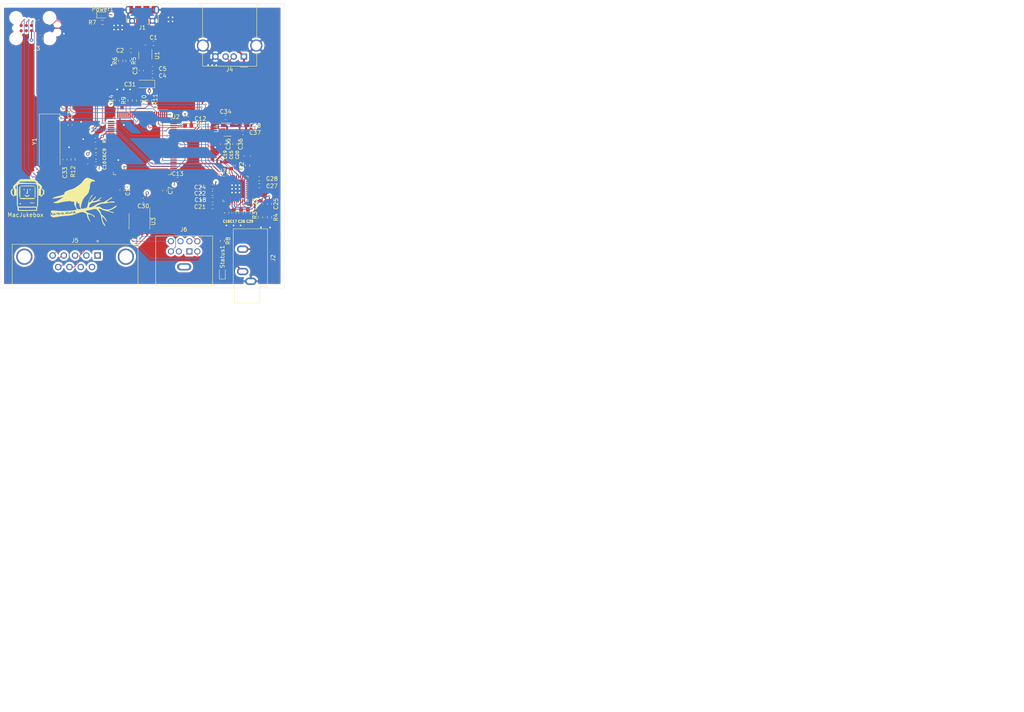
<source format=kicad_pcb>
(kicad_pcb (version 20171130) (host pcbnew 5.1.10)
  (layers (0 F.Cu signal) (1 In1.Cu power) (2 In2.Cu power) (31 B.Cu signal) (34 B.Paste user) (35 F.Paste user) (36 B.SilkS user) (37 F.SilkS user) (38 B.Mask user) (39 F.Mask user) (44 Edge.Cuts user))
  (net 0 "")
  (net 1 GND)
  (net 2 +5V)
  (net 3 "Net-(C3-Pad1)")
  (net 4 +3V3)
  (net 5 "Net-(J1-Pad4)")
  (net 6 "Net-(U2-Pad98)")
  (net 7 "Net-(U2-Pad97)")
  (net 8 "Net-(U2-Pad95)")
  (net 9 "Net-(U2-Pad93)")
  (net 10 "Net-(U2-Pad91)")
  (net 11 "Net-(U2-Pad90)")
  (net 12 "Net-(U2-Pad88)")
  (net 13 "Net-(U2-Pad87)")
  (net 14 "Net-(U2-Pad86)")
  (net 15 "Net-(U2-Pad84)")
  (net 16 "Net-(U2-Pad83)")
  (net 17 "Net-(U2-Pad82)")
  (net 18 "Net-(U2-Pad81)")
  (net 19 "Net-(U2-Pad79)")
  (net 20 "Net-(U2-Pad77)")
  (net 21 "Net-(U2-Pad69)")
  (net 22 "Net-(U2-Pad67)")
  (net 23 "Net-(U2-Pad66)")
  (net 24 "Net-(U2-Pad65)")
  (net 25 "Net-(U2-Pad63)")
  (net 26 "Net-(U2-Pad62)")
  (net 27 "Net-(U2-Pad61)")
  (net 28 "Net-(U2-Pad60)")
  (net 29 "Net-(U2-Pad59)")
  (net 30 "Net-(U2-Pad58)")
  (net 31 "Net-(U2-Pad57)")
  (net 32 "Net-(U2-Pad56)")
  (net 33 "Net-(U2-Pad55)")
  (net 34 "Net-(U2-Pad51)")
  (net 35 "Net-(U2-Pad48)")
  (net 36 "Net-(U2-Pad47)")
  (net 37 "Net-(U2-Pad46)")
  (net 38 "Net-(U2-Pad45)")
  (net 39 "Net-(U2-Pad44)")
  (net 40 "Net-(U2-Pad43)")
  (net 41 "Net-(U2-Pad42)")
  (net 42 "Net-(U2-Pad41)")
  (net 43 "Net-(U2-Pad40)")
  (net 44 "Net-(U2-Pad39)")
  (net 45 "Net-(U2-Pad38)")
  (net 46 "Net-(U2-Pad37)")
  (net 47 "Net-(U2-Pad35)")
  (net 48 "Net-(U2-Pad34)")
  (net 49 "Net-(U2-Pad33)")
  (net 50 "Net-(U2-Pad32)")
  (net 51 "Net-(U2-Pad31)")
  (net 52 "Net-(U2-Pad30)")
  (net 53 "Net-(U2-Pad18)")
  (net 54 "Net-(U2-Pad17)")
  (net 55 "Net-(U2-Pad16)")
  (net 56 "Net-(U2-Pad15)")
  (net 57 "Net-(U2-Pad9)")
  (net 58 "Net-(U2-Pad8)")
  (net 59 "Net-(U2-Pad7)")
  (net 60 "Net-(U2-Pad5)")
  (net 61 "Net-(U2-Pad4)")
  (net 62 "Net-(U2-Pad3)")
  (net 63 "Net-(U2-Pad2)")
  (net 64 "Net-(U2-Pad1)")
  (net 65 "Net-(C7-Pad1)")
  (net 66 "Net-(C8-Pad1)")
  (net 67 PD4)
  (net 68 PA4)
  (net 69 PC12)
  (net 70 PC10)
  (net 71 PC7)
  (net 72 "Net-(U?1-Pad36)")
  (net 73 "Net-(U?1-Pad30)")
  (net 74 "Net-(U?1-Pad29)")
  (net 75 "Net-(U?1-Pad26)")
  (net 76 "Net-(U?1-Pad25)")
  (net 77 "Net-(U?1-Pad24)")
  (net 78 "Net-(U?1-Pad23)")
  (net 79 "Net-(U?1-Pad22)")
  (net 80 "Net-(U?1-Pad21)")
  (net 81 "Net-(U?1-Pad20)")
  (net 82 "Net-(U?1-Pad9)")
  (net 83 "Net-(U?1-Pad7)")
  (net 84 "Net-(U?1-Pad6)")
  (net 85 "Net-(U?1-Pad4)")
  (net 86 PB6)
  (net 87 PB9)
  (net 88 +2V5)
  (net 89 "Net-(C18-Pad1)")
  (net 90 "Net-(C21-Pad2)")
  (net 91 "Net-(C21-Pad1)")
  (net 92 "Net-(C23-Pad2)")
  (net 93 "Net-(C23-Pad1)")
  (net 94 "Net-(C25-Pad2)")
  (net 95 "Net-(C25-Pad1)")
  (net 96 "Net-(C26-Pad1)")
  (net 97 "Net-(C27-Pad1)")
  (net 98 "Net-(C28-Pad1)")
  (net 99 "Net-(C29-Pad1)")
  (net 100 "Net-(J3-Pad10)")
  (net 101 "Net-(J3-Pad9)")
  (net 102 "Net-(J3-Pad2)")
  (net 103 "Net-(J3-Pad1)")
  (net 104 RST)
  (net 105 VCP_TX)
  (net 106 VCP_RX)
  (net 107 SWO)
  (net 108 SWCLK)
  (net 109 SWDIO)
  (net 110 "Net-(J5-Pad7)")
  (net 111 "Net-(J5-Pad6)")
  (net 112 "Net-(J5-Pad3)")
  (net 113 "Net-(J5-Pad2)")
  (net 114 "Net-(J5-Pad1)")
  (net 115 DI)
  (net 116 RO)
  (net 117 STATUS_LED)
  (net 118 "Net-(R8-Pad2)")
  (net 119 VBUS_SENSE)
  (net 120 USB_COMPUTER_D+)
  (net 121 USB_COMPUTER_D-)
  (net 122 USB_STORAGE_D+)
  (net 123 USB_STORAGE_D-)
  (net 124 RS422_TX-)
  (net 125 RS422_TX+)
  (net 126 RS422_RX-)
  (net 127 RS422_RX+)
  (net 128 "Net-(J6-Pad1)")
  (net 129 "Net-(J6-Pad2)")
  (net 130 "Net-(J6-Pad7)")
  (net 131 "Net-(J6-Pad4)")
  (net 132 PH0)
  (net 133 PH1)
  (net 134 "Net-(C36-Pad1)")
  (net 135 "Net-(R9-Pad2)")
  (net 136 "Net-(Power1-Pad1)")
  (net 137 "Net-(C33-Pad2)")
  (module Resistor_SMD:R_0603_1608Metric (layer F.Cu) (at 37.95 58.35 90)
    (fp_text reference R12 (at -3 0 90) (layer F.SilkS))
    (fp_text value 1.1K)
    (pad 2 smd roundrect (at 0.825 0 90) (size 0.8 0.95) (layers F.Cu F.Paste F.Mask) (net 133 PH1))
    (pad 1 smd roundrect (at -0.825 0 90) (size 0.8 0.95) (layers F.Cu F.Paste F.Mask) (net 137 "Net-(C33-Pad2)"))
  )
  (module Connector_Audio:Jack_3.5mm_CUI_SJ1-3533NG_Horizontal (layer F.Cu) (at 81.7 88.35 180)
    (fp_text reference J2 (at -5.5 5.75 90) (layer F.SilkS))
    (fp_text value AudioJack3)
    (pad R thru_hole oval (at 2 7.9 180) (size 2.8 1.8) (drill oval 2 1) (layers *.Cu *.Mask) (net 94 "Net-(C25-Pad2)"))
    (pad T thru_hole oval (at 2 2.4 180) (size 2.8 1.8) (drill oval 2 1) (layers *.Cu *.Mask) (net 92 "Net-(C23-Pad2)"))
    (pad S thru_hole oval (at 0 0 180) (size 2.8 1.8) (drill oval 2 1) (layers *.Cu *.Mask) (net 1 GND))
  )
  (module MacJukebox:ravenswurk (layer F.Cu) (at 40.45 69.6)
    (fp_text reference G*** hide)
    (fp_text value LOGO hide)
  )
  (module Resistor_SMD:R_0603_1608Metric (layer F.Cu) (at 80.9 59.825 90)
    (fp_text reference R2 (at 0 -1.43 90) (layer F.SilkS))
    (fp_text value 10K)
    (pad 2 smd roundrect (at 0.825 0 90) (size 0.8 0.95) (layers F.Cu F.Paste F.Mask) (net 1 GND))
    (pad 1 smd roundrect (at -0.825 0 90) (size 0.8 0.95) (layers F.Cu F.Paste F.Mask) (net 67 PD4))
  )
  (module MacJukebox:logo (layer F.Cu) (at 26.75 67)
    (fp_text reference G*** hide)
    (fp_text value LOGO hide)
  )
  (module Package_TO_SOT_SMD:SOT-23-5 (layer F.Cu) (at 76 51)
    (fp_text reference U4 (at -2.75 -0.25 90) (layer F.SilkS))
    (fp_text value LD3985M25R_SOT23)
    (pad 5 smd rect (at 1.1 -0.95) (size 1.06 0.65) (layers F.Cu F.Paste F.Mask) (net 88 +2V5))
    (pad 4 smd rect (at 1.1 0.95) (size 1.06 0.65) (layers F.Cu F.Paste F.Mask) (net 134 "Net-(C36-Pad1)"))
    (pad 3 smd rect (at -1.1 0.95) (size 1.06 0.65) (layers F.Cu F.Paste F.Mask) (net 2 +5V))
    (pad 2 smd rect (at -1.1 0) (size 1.06 0.65) (layers F.Cu F.Paste F.Mask) (net 1 GND))
    (pad 1 smd rect (at -1.1 -0.95) (size 1.06 0.65) (layers F.Cu F.Paste F.Mask) (net 2 +5V))
  )
  (module Resistor_SMD:R_0603_1608Metric (layer F.Cu) (at 56.8 43.8 270)
    (fp_text reference R11 (at -0.2 -1.4 90) (layer F.SilkS))
    (fp_text value 4.7K)
    (pad 2 smd roundrect (at 0.825 0 270) (size 0.8 0.95) (layers F.Cu F.Paste F.Mask) (net 86 PB6))
    (pad 1 smd roundrect (at -0.825 0 270) (size 0.8 0.95) (layers F.Cu F.Paste F.Mask) (net 4 +3V3))
  )
  (module Resistor_SMD:R_0603_1608Metric (layer F.Cu) (at 54.1 43.875 270)
    (fp_text reference R10 (at -0.025 -1.35 90) (layer F.SilkS))
    (fp_text value 4.7K)
    (pad 2 smd roundrect (at 0.825 0 270) (size 0.8 0.95) (layers F.Cu F.Paste F.Mask) (net 87 PB9))
    (pad 1 smd roundrect (at -0.825 0 270) (size 0.8 0.95) (layers F.Cu F.Paste F.Mask) (net 4 +3V3))
  )
  (module Resistor_SMD:R_0603_1608Metric (layer F.Cu) (at 52 43.825 270)
    (fp_text reference R9 (at 0 1.55 90) (layer F.SilkS))
    (fp_text value 10K)
    (pad 2 smd roundrect (at 0.825 0 270) (size 0.8 0.95) (layers F.Cu F.Paste F.Mask) (net 135 "Net-(R9-Pad2)"))
    (pad 1 smd roundrect (at -0.825 0 270) (size 0.8 0.95) (layers F.Cu F.Paste F.Mask) (net 1 GND))
  )
  (module Capacitor_SMD:C_0603_1608Metric (layer F.Cu) (at 79.75 50)
    (fp_text reference C38 (at 3 0) (layer F.SilkS))
    (fp_text value 100nF)
    (pad 2 smd roundrect (at 0.775 0) (size 0.9 0.95) (layers F.Cu F.Paste F.Mask) (net 1 GND))
    (pad 1 smd roundrect (at -0.775 0) (size 0.9 0.95) (layers F.Cu F.Paste F.Mask) (net 88 +2V5))
  )
  (module Capacitor_SMD:C_0603_1608Metric (layer F.Cu) (at 79.75 51.75)
    (fp_text reference C37 (at 3 0) (layer F.SilkS))
    (fp_text value 1uF)
    (pad 2 smd roundrect (at 0.775 0) (size 0.9 0.95) (layers F.Cu F.Paste F.Mask) (net 1 GND))
    (pad 1 smd roundrect (at -0.775 0) (size 0.9 0.95) (layers F.Cu F.Paste F.Mask) (net 88 +2V5))
  )
  (module Capacitor_SMD:C_0603_1608Metric (layer F.Cu) (at 77.75 54.575 270)
    (fp_text reference C36 (at 0 -1.43 90) (layer F.SilkS))
    (fp_text value 10nF)
    (pad 2 smd roundrect (at 0.775 0 270) (size 0.9 0.95) (layers F.Cu F.Paste F.Mask) (net 1 GND))
    (pad 1 smd roundrect (at -0.775 0 270) (size 0.9 0.95) (layers F.Cu F.Paste F.Mask) (net 134 "Net-(C36-Pad1)"))
  )
  (module Capacitor_SMD:C_0603_1608Metric (layer F.Cu) (at 74.75 54.575 270)
    (fp_text reference C35 (at 0 -1.43 90) (layer F.SilkS))
    (fp_text value 100nF)
    (pad 2 smd roundrect (at 0.775 0 270) (size 0.9 0.95) (layers F.Cu F.Paste F.Mask) (net 1 GND))
    (pad 1 smd roundrect (at -0.775 0 270) (size 0.9 0.95) (layers F.Cu F.Paste F.Mask) (net 2 +5V))
  )
  (module Capacitor_SMD:C_0603_1608Metric (layer F.Cu) (at 75.5 48)
    (fp_text reference C34 (at 0 -1.43) (layer F.SilkS))
    (fp_text value 1uF)
    (pad 2 smd roundrect (at 0.775 0) (size 0.9 0.95) (layers F.Cu F.Paste F.Mask) (net 1 GND))
    (pad 1 smd roundrect (at -0.775 0) (size 0.9 0.95) (layers F.Cu F.Paste F.Mask) (net 2 +5V))
  )
  (module Crystal:Crystal_SMD_HC49-SD (layer F.Cu) (at 32.2 53.85 270)
    (fp_text reference Y1 (at 0.05 3.75 90) (layer F.SilkS))
    (fp_text value Crystal)
    (pad 2 smd rect (at 4.25 0 270) (size 4.5 2) (layers F.Cu F.Paste F.Mask) (net 137 "Net-(C33-Pad2)"))
    (pad 1 smd rect (at -4.25 0 270) (size 4.5 2) (layers F.Cu F.Paste F.Mask) (net 132 PH0))
  )
  (module Capacitor_SMD:C_0603_1608Metric (layer F.Cu) (at 35.95 58.35 270)
    (fp_text reference C33 (at 3.25 0 90) (layer F.SilkS))
    (fp_text value 18pF)
    (pad 2 smd roundrect (at 0.775 0 270) (size 0.9 0.95) (layers F.Cu F.Paste F.Mask) (net 137 "Net-(C33-Pad2)"))
    (pad 1 smd roundrect (at -0.775 0 270) (size 0.9 0.95) (layers F.Cu F.Paste F.Mask) (net 1 GND))
  )
  (module Capacitor_SMD:C_0603_1608Metric (layer F.Cu) (at 37.2 49.85 270)
    (fp_text reference C32 (at -2.975 0 90) (layer F.SilkS))
    (fp_text value 18pF)
    (pad 2 smd roundrect (at 0.775 0 270) (size 0.9 0.95) (layers F.Cu F.Paste F.Mask) (net 132 PH0))
    (pad 1 smd roundrect (at -0.775 0 270) (size 0.9 0.95) (layers F.Cu F.Paste F.Mask) (net 1 GND))
  )
  (module MacJukebox:CUI_MD-80S (layer F.Cu) (at 65.3 83.35)
    (fp_text reference J6 (at -0.1 -7.75) (layer F.SilkS))
    (fp_text value Mini-DIN-8)
    (pad S1 thru_hole oval (at 0 1.45) (size 3.5 1.75) (drill oval 2.5 1) (layers *.Cu *.Mask))
    (pad 1 thru_hole rect (at 1.3 -2.35) (size 1.508 1.508) (drill 1) (layers *.Cu *.Mask) (net 128 "Net-(J6-Pad1)"))
    (pad 6 thru_hole circle (at 3.25 -4.85) (size 1.508 1.508) (drill 1) (layers *.Cu *.Mask) (net 127 RS422_RX+))
    (pad 5 thru_hole circle (at 3.25 -2.35) (size 1.508 1.508) (drill 1) (layers *.Cu *.Mask) (net 124 RS422_TX-))
    (pad 3 thru_hole circle (at -3.25 -2.35) (size 1.508 1.508) (drill 1) (layers *.Cu *.Mask) (net 126 RS422_RX-))
    (pad 2 thru_hole circle (at -1.3 -2.35) (size 1.508 1.508) (drill 1) (layers *.Cu *.Mask) (net 129 "Net-(J6-Pad2)"))
    (pad 7 thru_hole circle (at -0.9 -4.85) (size 1.508 1.508) (drill 1) (layers *.Cu *.Mask) (net 130 "Net-(J6-Pad7)"))
    (pad 8 thru_hole circle (at -3.25 -4.85) (size 1.508 1.508) (drill 1) (layers *.Cu *.Mask) (net 125 RS422_TX+))
    (pad 4 thru_hole circle (at 1.3 -4.85) (size 1.508 1.508) (drill 1) (layers *.Cu *.Mask) (net 131 "Net-(J6-Pad4)"))
  )
  (module Capacitor_Tantalum_SMD:CP_EIA-3216-18_Kemet-A (layer F.Cu) (at 55.75 39.75 180)
    (fp_text reference C31 (at 3.8 -0.1) (layer F.SilkS))
    (fp_text value 10uF)
    (pad 2 smd roundrect (at 1.35 0 180) (size 1.4 1.35) (layers F.Cu F.Paste F.Mask) (roundrect_rratio 0.1851844444444445) (net 1 GND))
    (pad 1 smd roundrect (at -1.35 0 180) (size 1.4 1.35) (layers F.Cu F.Paste F.Mask) (roundrect_rratio 0.1851844444444445) (net 4 +3V3))
  )
  (module Resistor_SMD:R_0603_1608Metric (layer F.Cu) (at 49.7 34.05 90)
    (fp_text reference R6 (at 0 -1.43 90) (layer F.SilkS))
    (fp_text value 2.4K)
    (pad 2 smd roundrect (at 0.825 0 90) (size 0.8 0.95) (layers F.Cu F.Paste F.Mask) (net 1 GND))
    (pad 1 smd roundrect (at -0.825 0 90) (size 0.8 0.95) (layers F.Cu F.Paste F.Mask) (net 119 VBUS_SENSE))
  )
  (module Resistor_SMD:R_0603_1608Metric (layer F.Cu) (at 51.48 34.05 270)
    (fp_text reference R5 (at 0 -1.43 90) (layer F.SilkS))
    (fp_text value 1K)
    (pad 2 smd roundrect (at 0.825 0 270) (size 0.8 0.95) (layers F.Cu F.Paste F.Mask) (net 119 VBUS_SENSE))
    (pad 1 smd roundrect (at -0.825 0 270) (size 0.8 0.95) (layers F.Cu F.Paste F.Mask) (net 2 +5V))
  )
  (module Resistor_SMD:R_0603_1608Metric (layer F.Cu) (at 74.7 78.4 270)
    (fp_text reference R8 (at 0 -1.43 90) (layer F.SilkS))
    (fp_text value 200)
    (pad 2 smd roundrect (at 0.825 0 270) (size 0.8 0.95) (layers F.Cu F.Paste F.Mask) (net 118 "Net-(R8-Pad2)"))
    (pad 1 smd roundrect (at -0.825 0 270) (size 0.8 0.95) (layers F.Cu F.Paste F.Mask) (net 1 GND))
  )
  (module Resistor_SMD:R_0603_1608Metric (layer F.Cu) (at 45.2 24.6)
    (fp_text reference R7 (at -2.5 0) (layer F.SilkS))
    (fp_text value 200)
    (pad 2 smd roundrect (at 0.825 0) (size 0.8 0.95) (layers F.Cu F.Paste F.Mask) (net 1 GND))
    (pad 1 smd roundrect (at -0.825 0) (size 0.8 0.95) (layers F.Cu F.Paste F.Mask) (net 136 "Net-(Power1-Pad1)"))
  )
  (module LED_SMD:LED_0603_1608Metric (layer F.Cu) (at 74.7 86.3 90)
    (fp_text reference Status1 (at 4 0 90) (layer F.SilkS))
    (fp_text value "GREEN LED")
    (pad 2 smd roundrect (at 0.7875 0 90) (size 0.875 0.95) (layers F.Cu F.Paste F.Mask) (net 117 STATUS_LED))
    (pad 1 smd roundrect (at -0.7875 0 90) (size 0.875 0.95) (layers F.Cu F.Paste F.Mask) (net 118 "Net-(R8-Pad2)"))
  )
  (module LED_SMD:LED_0603_1608Metric (layer F.Cu) (at 45.25 22.75)
    (fp_text reference Power1 (at 0 -1.43) (layer F.SilkS))
    (fp_text value "RED LED")
    (pad 2 smd roundrect (at 0.7875 0) (size 0.875 0.95) (layers F.Cu F.Paste F.Mask) (net 4 +3V3))
    (pad 1 smd roundrect (at -0.7875 0) (size 0.875 0.95) (layers F.Cu F.Paste F.Mask) (net 136 "Net-(Power1-Pad1)"))
  )
  (module Connector_USB:USB_A_Molex_67643_Horizontal (layer F.Cu) (at 80 33 180)
    (fp_text reference J4 (at 3.5 -3.19) (layer F.SilkS))
    (fp_text value USB_A)
    (pad 4 thru_hole circle (at 7 0 180) (size 1.6 1.6) (drill 0.95) (layers *.Cu *.Mask) (net 1 GND))
    (pad 3 thru_hole circle (at 4.5 0 180) (size 1.6 1.6) (drill 0.95) (layers *.Cu *.Mask) (net 122 USB_STORAGE_D+))
    (pad 2 thru_hole circle (at 2.5 0 180) (size 1.6 1.6) (drill 0.95) (layers *.Cu *.Mask) (net 123 USB_STORAGE_D-))
    (pad 1 thru_hole rect (at 0 0 180) (size 1.6 1.5) (drill 0.95) (layers *.Cu *.Mask) (net 2 +5V))
    (pad 5 thru_hole circle (at 10.07 2.71 180) (size 3 3) (drill 2.3) (layers *.Cu *.Mask) (net 1 GND))
    (pad 5 thru_hole circle (at -3.07 2.71 180) (size 3 3) (drill 2.3) (layers *.Cu *.Mask) (net 1 GND))
  )
  (module Package_SO:SOIC-8_3.9x4.9mm_P1.27mm (layer F.Cu) (at 54.3 73.6 270)
    (fp_text reference U3 (at 0 -3.4 90) (layer F.SilkS))
    (fp_text value MAX3488)
    (pad 8 smd roundrect (at 2.475 -1.905 270) (size 1.95 0.6) (layers F.Cu F.Paste F.Mask) (net 127 RS422_RX+))
    (pad 7 smd roundrect (at 2.475 -0.635 270) (size 1.95 0.6) (layers F.Cu F.Paste F.Mask) (net 126 RS422_RX-))
    (pad 6 smd roundrect (at 2.475 0.635 270) (size 1.95 0.6) (layers F.Cu F.Paste F.Mask) (net 124 RS422_TX-))
    (pad 5 smd roundrect (at 2.475 1.905 270) (size 1.95 0.6) (layers F.Cu F.Paste F.Mask) (net 125 RS422_TX+))
    (pad 4 smd roundrect (at -2.475 1.905 270) (size 1.95 0.6) (layers F.Cu F.Paste F.Mask) (net 1 GND))
    (pad 3 smd roundrect (at -2.475 0.635 270) (size 1.95 0.6) (layers F.Cu F.Paste F.Mask) (net 115 DI))
    (pad 2 smd roundrect (at -2.475 -0.635 270) (size 1.95 0.6) (layers F.Cu F.Paste F.Mask) (net 116 RO))
    (pad 1 smd roundrect (at -2.475 -1.905 270) (size 1.95 0.6) (layers F.Cu F.Paste F.Mask) (net 4 +3V3))
  )
  (module Connector_Dsub:DSUB-9_Female_Horizontal_P2.77x2.84mm_EdgePinOffset4.94mm_Housed_MountingHolesOffset7.48mm (layer F.Cu) (at 44 82)
    (fp_text reference J5 (at -5.54 -3.7) (layer F.SilkS))
    (fp_text value "Mac 128/512")
    (pad 0 thru_hole circle (at 6.96 0.3) (size 4 4) (drill 3.2) (layers *.Cu *.Mask))
    (pad 0 thru_hole circle (at -18.04 0.3) (size 4 4) (drill 3.2) (layers *.Cu *.Mask))
    (pad 9 thru_hole circle (at -9.695 2.84) (size 1.6 1.6) (drill 1) (layers *.Cu *.Mask) (net 124 RS422_TX-))
    (pad 8 thru_hole circle (at -6.925 2.84) (size 1.6 1.6) (drill 1) (layers *.Cu *.Mask) (net 125 RS422_TX+))
    (pad 7 thru_hole circle (at -4.155 2.84) (size 1.6 1.6) (drill 1) (layers *.Cu *.Mask) (net 110 "Net-(J5-Pad7)"))
    (pad 6 thru_hole circle (at -1.385 2.84) (size 1.6 1.6) (drill 1) (layers *.Cu *.Mask) (net 111 "Net-(J5-Pad6)"))
    (pad 5 thru_hole circle (at -11.08 0) (size 1.6 1.6) (drill 1) (layers *.Cu *.Mask) (net 126 RS422_RX-))
    (pad 4 thru_hole circle (at -8.31 0) (size 1.6 1.6) (drill 1) (layers *.Cu *.Mask) (net 127 RS422_RX+))
    (pad 3 thru_hole circle (at -5.54 0) (size 1.6 1.6) (drill 1) (layers *.Cu *.Mask) (net 112 "Net-(J5-Pad3)"))
    (pad 2 thru_hole circle (at -2.77 0) (size 1.6 1.6) (drill 1) (layers *.Cu *.Mask) (net 113 "Net-(J5-Pad2)"))
    (pad 1 thru_hole rect (at 0 0) (size 1.6 1.6) (drill 1) (layers *.Cu *.Mask) (net 114 "Net-(J5-Pad1)"))
  )
  (module Capacitor_SMD:C_0603_1608Metric (layer F.Cu) (at 55.225 68.4 180)
    (fp_text reference C30 (at 0 -1.43) (layer F.SilkS))
    (fp_text value 1uF)
    (pad 2 smd roundrect (at 0.775 0 180) (size 0.9 0.95) (layers F.Cu F.Paste F.Mask) (net 1 GND))
    (pad 1 smd roundrect (at -0.775 0 180) (size 0.9 0.95) (layers F.Cu F.Paste F.Mask) (net 4 +3V3))
  )
  (module Connector:Tag-Connect_TC2070-IDC-FP_2x07_P1.27mm_Vertical (layer F.Cu) (at 29 26)
    (fp_text reference J3 (at 0 5) (layer F.SilkS))
    (fp_text value Conn_ST_STDC14)
    (pad "" np_thru_hole circle (at 3.175 2.54) (size 2.3749 2.3749) (drill 2.3749) (layers *.Cu *.Mask))
    (pad "" np_thru_hole circle (at -5.08 2.54) (size 2.3749 2.3749) (drill 2.3749) (layers *.Cu *.Mask))
    (pad "" np_thru_hole circle (at 3.175 -2.54) (size 2.3749 2.3749) (drill 2.3749) (layers *.Cu *.Mask))
    (pad "" np_thru_hole circle (at -5.08 -2.54) (size 2.3749 2.3749) (drill 2.3749) (layers *.Cu *.Mask))
    (pad "" np_thru_hole circle (at 5.08 1.016) (size 0.9906 0.9906) (drill 0.9906) (layers *.Cu *.Mask))
    (pad "" np_thru_hole circle (at 5.08 -1.016) (size 0.9906 0.9906) (drill 0.9906) (layers *.Cu *.Mask))
    (pad "" np_thru_hole circle (at -5.08 0) (size 0.9906 0.9906) (drill 0.9906) (layers *.Cu *.Mask))
    (pad 14 connect circle (at -3.81 -0.635) (size 0.7874 0.7874) (layers F.Cu F.Mask) (net 105 VCP_TX))
    (pad 13 connect circle (at -2.54 -0.635) (size 0.7874 0.7874) (layers F.Cu F.Mask) (net 106 VCP_RX))
    (pad 12 connect circle (at -1.27 -0.635) (size 0.7874 0.7874) (layers F.Cu F.Mask) (net 104 RST))
    (pad 11 connect circle (at 0 -0.635) (size 0.7874 0.7874) (layers F.Cu F.Mask) (net 1 GND))
    (pad 10 connect circle (at 1.27 -0.635) (size 0.7874 0.7874) (layers F.Cu F.Mask) (net 100 "Net-(J3-Pad10)"))
    (pad 9 connect circle (at 2.54 -0.635) (size 0.7874 0.7874) (layers F.Cu F.Mask) (net 101 "Net-(J3-Pad9)"))
    (pad 8 connect circle (at 3.81 -0.635) (size 0.7874 0.7874) (layers F.Cu F.Mask) (net 107 SWO))
    (pad 7 connect circle (at 3.81 0.635) (size 0.7874 0.7874) (layers F.Cu F.Mask) (net 1 GND))
    (pad 6 connect circle (at 2.54 0.635) (size 0.7874 0.7874) (layers F.Cu F.Mask) (net 108 SWCLK))
    (pad 5 connect circle (at 1.27 0.635) (size 0.7874 0.7874) (layers F.Cu F.Mask) (net 1 GND))
    (pad 4 connect circle (at 0 0.635) (size 0.7874 0.7874) (layers F.Cu F.Mask) (net 109 SWDIO))
    (pad 3 connect circle (at -1.27 0.635) (size 0.7874 0.7874) (layers F.Cu F.Mask) (net 4 +3V3))
    (pad 2 connect circle (at -2.54 0.635) (size 0.7874 0.7874) (layers F.Cu F.Mask) (net 102 "Net-(J3-Pad2)"))
    (pad 1 connect circle (at -3.81 0.635) (size 0.7874 0.7874) (layers F.Cu F.Mask) (net 103 "Net-(J3-Pad1)"))
  )
  (module Capacitor_SMD:C_0603_1608Metric (layer F.Cu) (at 81 71.5 270)
    (fp_text reference C29 (at 2.1 -0.45 180) (layer F.SilkS) (effects (font (size 0.6 0.6))))
    (fp_text value "1uF (X7R)")
    (pad 2 smd roundrect (at 0.775 0 270) (size 0.9 0.95) (layers F.Cu F.Paste F.Mask) (net 1 GND))
    (pad 1 smd roundrect (at -0.775 0 270) (size 0.9 0.95) (layers F.Cu F.Paste F.Mask) (net 99 "Net-(C29-Pad1)"))
  )
  (module Capacitor_SMD:C_0603_1608Metric (layer F.Cu) (at 83.775 63.1)
    (fp_text reference C28 (at 3.125 0) (layer F.SilkS))
    (fp_text value "150pF (C0G)")
    (pad 2 smd roundrect (at 0.775 0) (size 0.9 0.95) (layers F.Cu F.Paste F.Mask) (net 1 GND))
    (pad 1 smd roundrect (at -0.775 0) (size 0.9 0.95) (layers F.Cu F.Paste F.Mask) (net 98 "Net-(C28-Pad1)"))
  )
  (module Capacitor_SMD:C_0603_1608Metric (layer F.Cu) (at 83.8 64.8)
    (fp_text reference C27 (at 3.1 0.1) (layer F.SilkS))
    (fp_text value "150pF (C0G)")
    (pad 2 smd roundrect (at 0.775 0) (size 0.9 0.95) (layers F.Cu F.Paste F.Mask) (net 1 GND))
    (pad 1 smd roundrect (at -0.775 0) (size 0.9 0.95) (layers F.Cu F.Paste F.Mask) (net 97 "Net-(C27-Pad1)"))
  )
  (module Capacitor_SMD:C_0603_1608Metric (layer F.Cu) (at 79.3 71.5 270)
    (fp_text reference C26 (at 2.1 -0.15 180) (layer F.SilkS) (effects (font (size 0.6 0.6))))
    (fp_text value "1uF (X7R)")
    (pad 2 smd roundrect (at 0.775 0 270) (size 0.9 0.95) (layers F.Cu F.Paste F.Mask) (net 1 GND))
    (pad 1 smd roundrect (at -0.775 0 270) (size 0.9 0.95) (layers F.Cu F.Paste F.Mask) (net 96 "Net-(C26-Pad1)"))
  )
  (module Resistor_SMD:R_0603_1608Metric (layer F.Cu) (at 86.3 72.6 90)
    (fp_text reference R4 (at 0 1.6 90) (layer F.SilkS))
    (fp_text value 51)
    (pad 2 smd roundrect (at 0.825 0 90) (size 0.8 0.95) (layers F.Cu F.Paste F.Mask) (net 95 "Net-(C25-Pad1)"))
    (pad 1 smd roundrect (at -0.825 0 90) (size 0.8 0.95) (layers F.Cu F.Paste F.Mask) (net 1 GND))
  )
  (module Resistor_SMD:R_0603_1608Metric (layer F.Cu) (at 84.1 72.6 90)
    (fp_text reference R3 (at 0.5 -1.4 90) (layer F.SilkS))
    (fp_text value 51)
    (pad 2 smd roundrect (at 0.825 0 90) (size 0.8 0.95) (layers F.Cu F.Paste F.Mask) (net 93 "Net-(C23-Pad1)"))
    (pad 1 smd roundrect (at -0.825 0 90) (size 0.8 0.95) (layers F.Cu F.Paste F.Mask) (net 1 GND))
  )
  (module Capacitor_SMD:C_0603_1608Metric (layer F.Cu) (at 86.3 69.3 90)
    (fp_text reference C25 (at 0 1.6 90) (layer F.SilkS))
    (fp_text value 22nF)
    (pad 2 smd roundrect (at 0.775 0 90) (size 0.9 0.95) (layers F.Cu F.Paste F.Mask) (net 94 "Net-(C25-Pad2)"))
    (pad 1 smd roundrect (at -0.775 0 90) (size 0.9 0.95) (layers F.Cu F.Paste F.Mask) (net 95 "Net-(C25-Pad1)"))
  )
  (module Capacitor_SMD:C_0603_1608Metric (layer F.Cu) (at 72.275 65.1 180)
    (fp_text reference C24 (at 3.075 -0.1) (layer F.SilkS))
    (fp_text value 1uF)
    (pad 2 smd roundrect (at 0.775 0 180) (size 0.9 0.95) (layers F.Cu F.Paste F.Mask) (net 1 GND))
    (pad 1 smd roundrect (at -0.775 0 180) (size 0.9 0.95) (layers F.Cu F.Paste F.Mask) (net 4 +3V3))
  )
  (module Capacitor_SMD:C_0603_1608Metric (layer F.Cu) (at 84.15 69.27 90)
    (fp_text reference C23 (at 0 -1.43 90) (layer F.SilkS))
    (fp_text value 22nF)
    (pad 2 smd roundrect (at 0.775 0 90) (size 0.9 0.95) (layers F.Cu F.Paste F.Mask) (net 92 "Net-(C23-Pad2)"))
    (pad 1 smd roundrect (at -0.775 0 90) (size 0.9 0.95) (layers F.Cu F.Paste F.Mask) (net 93 "Net-(C23-Pad1)"))
  )
  (module Capacitor_SMD:C_0603_1608Metric (layer F.Cu) (at 72.275 66.7 180)
    (fp_text reference C22 (at 3.075 0) (layer F.SilkS))
    (fp_text value 1uF)
    (pad 2 smd roundrect (at 0.775 0 180) (size 0.9 0.95) (layers F.Cu F.Paste F.Mask) (net 1 GND))
    (pad 1 smd roundrect (at -0.775 0 180) (size 0.9 0.95) (layers F.Cu F.Paste F.Mask) (net 4 +3V3))
  )
  (module Capacitor_SMD:C_0603_1608Metric (layer F.Cu) (at 72.3 70 180)
    (fp_text reference C21 (at 3.1 0) (layer F.SilkS))
    (fp_text value "1uF (X7R)")
    (pad 2 smd roundrect (at 0.775 0 180) (size 0.9 0.95) (layers F.Cu F.Paste F.Mask) (net 90 "Net-(C21-Pad2)"))
    (pad 1 smd roundrect (at -0.775 0 180) (size 0.9 0.95) (layers F.Cu F.Paste F.Mask) (net 91 "Net-(C21-Pad1)"))
  )
  (module Capacitor_SMD:C_0603_1608Metric (layer F.Cu) (at 78.4 59.825 90)
    (fp_text reference C20 (at 2.6 0 90) (layer F.SilkS) (effects (font (size 0.75 0.75))))
    (fp_text value 100nF)
    (pad 2 smd roundrect (at 0.775 0 90) (size 0.9 0.95) (layers F.Cu F.Paste F.Mask) (net 1 GND))
    (pad 1 smd roundrect (at -0.775 0 90) (size 0.9 0.95) (layers F.Cu F.Paste F.Mask) (net 4 +3V3))
  )
  (module Capacitor_SMD:C_0603_1608Metric (layer F.Cu) (at 75.4 59.8 90)
    (fp_text reference C19 (at 2.6 0 90) (layer F.SilkS) (effects (font (size 0.75 0.75))))
    (fp_text value 1uF)
    (pad 2 smd roundrect (at 0.775 0 90) (size 0.9 0.95) (layers F.Cu F.Paste F.Mask) (net 1 GND))
    (pad 1 smd roundrect (at -0.775 0 90) (size 0.9 0.95) (layers F.Cu F.Paste F.Mask) (net 88 +2V5))
  )
  (module Capacitor_SMD:C_0603_1608Metric (layer F.Cu) (at 72.3 68.3 180)
    (fp_text reference C18 (at 3 0) (layer F.SilkS))
    (fp_text value "1uF (X7R)")
    (pad 2 smd roundrect (at 0.775 0 180) (size 0.9 0.95) (layers F.Cu F.Paste F.Mask) (net 1 GND))
    (pad 1 smd roundrect (at -0.775 0 180) (size 0.9 0.95) (layers F.Cu F.Paste F.Mask) (net 89 "Net-(C18-Pad1)"))
  )
  (module Capacitor_SMD:C_0603_1608Metric (layer F.Cu) (at 77.55 71.5 270)
    (fp_text reference C17 (at 2.1 0.1 180) (layer F.SilkS) (effects (font (size 0.6 0.6))))
    (fp_text value 100nF)
    (pad 2 smd roundrect (at 0.775 0 270) (size 0.9 0.95) (layers F.Cu F.Paste F.Mask) (net 1 GND))
    (pad 1 smd roundrect (at -0.775 0 270) (size 0.9 0.95) (layers F.Cu F.Paste F.Mask) (net 88 +2V5))
  )
  (module Capacitor_SMD:C_0603_1608Metric (layer F.Cu) (at 75.8 71.5 270)
    (fp_text reference C16 (at 2.1 0.1 180) (layer F.SilkS) (effects (font (size 0.6 0.6))))
    (fp_text value 100nF)
    (pad 2 smd roundrect (at 0.775 0 270) (size 0.9 0.95) (layers F.Cu F.Paste F.Mask) (net 1 GND))
    (pad 1 smd roundrect (at -0.775 0 270) (size 0.9 0.95) (layers F.Cu F.Paste F.Mask) (net 88 +2V5))
  )
  (module Capacitor_SMD:C_0603_1608Metric (layer F.Cu) (at 76.9 59.825 90)
    (fp_text reference C15 (at 2.6 0 90) (layer F.SilkS) (effects (font (size 0.75 0.75))))
    (fp_text value 100nF)
    (pad 2 smd roundrect (at 0.775 0 90) (size 0.9 0.95) (layers F.Cu F.Paste F.Mask) (net 1 GND))
    (pad 1 smd roundrect (at -0.775 0 90) (size 0.9 0.95) (layers F.Cu F.Paste F.Mask) (net 88 +2V5))
  )
  (module Package_DFN_QFN:QFN-40-1EP_6x6mm_P0.5mm_EP4.6x4.6mm (layer F.Cu) (at 77.925 65.575)
    (fp_text reference U?1 (at -2.825 -4.375) (layer F.SilkS))
    (fp_text value CS43L22)
    (pad 41 smd rect (at 0 0) (size 4.6 4.6) (layers F.Cu F.Mask) (net 1 GND))
    (pad 40 smd roundrect (at -2.25 -2.9375) (size 0.25 0.825) (layers F.Cu F.Paste F.Mask) (net 68 PA4))
    (pad 39 smd roundrect (at -1.75 -2.9375) (size 0.25 0.825) (layers F.Cu F.Paste F.Mask) (net 69 PC12))
    (pad 38 smd roundrect (at -1.25 -2.9375) (size 0.25 0.825) (layers F.Cu F.Paste F.Mask) (net 70 PC10))
    (pad 37 smd roundrect (at -0.75 -2.9375) (size 0.25 0.825) (layers F.Cu F.Paste F.Mask) (net 71 PC7))
    (pad 36 smd roundrect (at -0.25 -2.9375) (size 0.25 0.825) (layers F.Cu F.Paste F.Mask) (net 72 "Net-(U?1-Pad36)"))
    (pad 35 smd roundrect (at 0.25 -2.9375) (size 0.25 0.825) (layers F.Cu F.Paste F.Mask) (net 1 GND))
    (pad 34 smd roundrect (at 0.75 -2.9375) (size 0.25 0.825) (layers F.Cu F.Paste F.Mask) (net 88 +2V5))
    (pad 33 smd roundrect (at 1.25 -2.9375) (size 0.25 0.825) (layers F.Cu F.Paste F.Mask) (net 4 +3V3))
    (pad 32 smd roundrect (at 1.75 -2.9375) (size 0.25 0.825) (layers F.Cu F.Paste F.Mask) (net 67 PD4))
    (pad 31 smd roundrect (at 2.25 -2.9375) (size 0.25 0.825) (layers F.Cu F.Paste F.Mask) (net 1 GND))
    (pad 30 smd roundrect (at 2.9375 -2.25) (size 0.825 0.25) (layers F.Cu F.Paste F.Mask) (net 73 "Net-(U?1-Pad30)"))
    (pad 29 smd roundrect (at 2.9375 -1.75) (size 0.825 0.25) (layers F.Cu F.Paste F.Mask) (net 74 "Net-(U?1-Pad29)"))
    (pad 28 smd roundrect (at 2.9375 -1.25) (size 0.825 0.25) (layers F.Cu F.Paste F.Mask) (net 98 "Net-(C28-Pad1)"))
    (pad 27 smd roundrect (at 2.9375 -0.75) (size 0.825 0.25) (layers F.Cu F.Paste F.Mask) (net 97 "Net-(C27-Pad1)"))
    (pad 26 smd roundrect (at 2.9375 -0.25) (size 0.825 0.25) (layers F.Cu F.Paste F.Mask) (net 75 "Net-(U?1-Pad26)"))
    (pad 25 smd roundrect (at 2.9375 0.25) (size 0.825 0.25) (layers F.Cu F.Paste F.Mask) (net 76 "Net-(U?1-Pad25)"))
    (pad 24 smd roundrect (at 2.9375 0.75) (size 0.825 0.25) (layers F.Cu F.Paste F.Mask) (net 77 "Net-(U?1-Pad24)"))
    (pad 23 smd roundrect (at 2.9375 1.25) (size 0.825 0.25) (layers F.Cu F.Paste F.Mask) (net 78 "Net-(U?1-Pad23)"))
    (pad 22 smd roundrect (at 2.9375 1.75) (size 0.825 0.25) (layers F.Cu F.Paste F.Mask) (net 79 "Net-(U?1-Pad22)"))
    (pad 21 smd roundrect (at 2.9375 2.25) (size 0.825 0.25) (layers F.Cu F.Paste F.Mask) (net 80 "Net-(U?1-Pad21)"))
    (pad 20 smd roundrect (at 2.25 2.9375) (size 0.25 0.825) (layers F.Cu F.Paste F.Mask) (net 81 "Net-(U?1-Pad20)"))
    (pad 19 smd roundrect (at 1.75 2.9375) (size 0.25 0.825) (layers F.Cu F.Paste F.Mask) (net 99 "Net-(C29-Pad1)"))
    (pad 18 smd roundrect (at 1.25 2.9375) (size 0.25 0.825) (layers F.Cu F.Paste F.Mask) (net 96 "Net-(C26-Pad1)"))
    (pad 17 smd roundrect (at 0.75 2.9375) (size 0.25 0.825) (layers F.Cu F.Paste F.Mask) (net 1 GND))
    (pad 16 smd roundrect (at 0.25 2.9375) (size 0.25 0.825) (layers F.Cu F.Paste F.Mask) (net 88 +2V5))
    (pad 15 smd roundrect (at -0.25 2.9375) (size 0.25 0.825) (layers F.Cu F.Paste F.Mask) (net 92 "Net-(C23-Pad2)"))
    (pad 14 smd roundrect (at -0.75 2.9375) (size 0.25 0.825) (layers F.Cu F.Paste F.Mask) (net 94 "Net-(C25-Pad2)"))
    (pad 13 smd roundrect (at -1.25 2.9375) (size 0.25 0.825) (layers F.Cu F.Paste F.Mask) (net 88 +2V5))
    (pad 12 smd roundrect (at -1.75 2.9375) (size 0.25 0.825) (layers F.Cu F.Paste F.Mask) (net 90 "Net-(C21-Pad2)"))
    (pad 11 smd roundrect (at -2.25 2.9375) (size 0.25 0.825) (layers F.Cu F.Paste F.Mask) (net 91 "Net-(C21-Pad1)"))
    (pad 10 smd roundrect (at -2.9375 2.25) (size 0.825 0.25) (layers F.Cu F.Paste F.Mask) (net 89 "Net-(C18-Pad1)"))
    (pad 9 smd roundrect (at -2.9375 1.75) (size 0.825 0.25) (layers F.Cu F.Paste F.Mask) (net 82 "Net-(U?1-Pad9)"))
    (pad 8 smd roundrect (at -2.9375 1.25) (size 0.825 0.25) (layers F.Cu F.Paste F.Mask) (net 4 +3V3))
    (pad 7 smd roundrect (at -2.9375 0.75) (size 0.825 0.25) (layers F.Cu F.Paste F.Mask) (net 83 "Net-(U?1-Pad7)"))
    (pad 6 smd roundrect (at -2.9375 0.25) (size 0.825 0.25) (layers F.Cu F.Paste F.Mask) (net 84 "Net-(U?1-Pad6)"))
    (pad 5 smd roundrect (at -2.9375 -0.25) (size 0.825 0.25) (layers F.Cu F.Paste F.Mask) (net 4 +3V3))
    (pad 4 smd roundrect (at -2.9375 -0.75) (size 0.825 0.25) (layers F.Cu F.Paste F.Mask) (net 85 "Net-(U?1-Pad4)"))
    (pad 3 smd roundrect (at -2.9375 -1.25) (size 0.825 0.25) (layers F.Cu F.Paste F.Mask) (net 1 GND))
    (pad 2 smd roundrect (at -2.9375 -1.75) (size 0.825 0.25) (layers F.Cu F.Paste F.Mask) (net 86 PB6))
    (pad 1 smd roundrect (at -2.9375 -2.25) (size 0.825 0.25) (layers F.Cu F.Paste F.Mask) (net 87 PB9))
  )
  (module Resistor_SMD:R_0603_1608Metric (layer F.Cu) (at 43.6 56.2)
    (fp_text reference R1 (at 2.1 -2.6 90) (layer F.SilkS) (effects (font (size 0.75 0.75))))
    (fp_text value 100K)
    (pad 2 smd roundrect (at 0.825 0) (size 0.8 0.95) (layers F.Cu F.Paste F.Mask) (net 104 RST))
    (pad 1 smd roundrect (at -0.825 0) (size 0.8 0.95) (layers F.Cu F.Paste F.Mask) (net 4 +3V3))
  )
  (module Capacitor_SMD:C_0603_1608Metric (layer F.Cu) (at 48.8 43.825 90)
    (fp_text reference C14 (at 0 -1.43 90) (layer F.SilkS))
    (fp_text value 100nF)
    (pad 2 smd roundrect (at 0.775 0 90) (size 0.9 0.95) (layers F.Cu F.Paste F.Mask) (net 1 GND))
    (pad 1 smd roundrect (at -0.775 0 90) (size 0.9 0.95) (layers F.Cu F.Paste F.Mask) (net 4 +3V3))
  )
  (module Capacitor_SMD:C_0603_1608Metric (layer F.Cu) (at 63.7 63.3)
    (fp_text reference C13 (at 0 -1.43) (layer F.SilkS))
    (fp_text value 100nF)
    (pad 2 smd roundrect (at 0.775 0) (size 0.9 0.95) (layers F.Cu F.Paste F.Mask) (net 1 GND))
    (pad 1 smd roundrect (at -0.775 0) (size 0.9 0.95) (layers F.Cu F.Paste F.Mask) (net 4 +3V3))
  )
  (module Capacitor_SMD:C_0603_1608Metric (layer F.Cu) (at 66.3 48.3)
    (fp_text reference C12 (at 3 0) (layer F.SilkS))
    (fp_text value 100nF)
    (pad 2 smd roundrect (at 0.775 0) (size 0.9 0.95) (layers F.Cu F.Paste F.Mask) (net 1 GND))
    (pad 1 smd roundrect (at -0.775 0) (size 0.9 0.95) (layers F.Cu F.Paste F.Mask) (net 4 +3V3))
  )
  (module Capacitor_SMD:C_0603_1608Metric (layer F.Cu) (at 50 65.9 270)
    (fp_text reference C11 (at 0 -1.43 90) (layer F.SilkS))
    (fp_text value 100nF)
    (pad 2 smd roundrect (at 0.775 0 270) (size 0.9 0.95) (layers F.Cu F.Paste F.Mask) (net 1 GND))
    (pad 1 smd roundrect (at -0.775 0 270) (size 0.9 0.95) (layers F.Cu F.Paste F.Mask) (net 4 +3V3))
  )
  (module Capacitor_SMD:C_0603_1608Metric (layer F.Cu) (at 43.6 59.4 180)
    (fp_text reference C10 (at -2.1 -0.45 90) (layer F.SilkS) (effects (font (size 0.75 0.75))))
    (fp_text value 100nF)
    (pad 2 smd roundrect (at 0.775 0 180) (size 0.9 0.95) (layers F.Cu F.Paste F.Mask) (net 1 GND))
    (pad 1 smd roundrect (at -0.775 0 180) (size 0.9 0.95) (layers F.Cu F.Paste F.Mask) (net 4 +3V3))
  )
  (module Capacitor_SMD:C_0603_1608Metric (layer F.Cu) (at 43.425 53.6 180)
    (fp_text reference C9 (at -2.275 -2.75 90) (layer F.SilkS) (effects (font (size 0.75 0.75))))
    (fp_text value 100nF)
    (pad 2 smd roundrect (at 0.775 0 180) (size 0.9 0.95) (layers F.Cu F.Paste F.Mask) (net 1 GND))
    (pad 1 smd roundrect (at -0.775 0 180) (size 0.9 0.95) (layers F.Cu F.Paste F.Mask) (net 4 +3V3))
  )
  (module Capacitor_SMD:C_0603_1608Metric (layer F.Cu) (at 66.3 50)
    (fp_text reference C8 (at 2.6 0) (layer F.SilkS))
    (fp_text value 2.2uF)
    (pad 2 smd roundrect (at 0.775 0) (size 0.9 0.95) (layers F.Cu F.Paste F.Mask) (net 1 GND))
    (pad 1 smd roundrect (at -0.775 0) (size 0.9 0.95) (layers F.Cu F.Paste F.Mask) (net 66 "Net-(C8-Pad1)"))
  )
  (module Capacitor_SMD:C_0603_1608Metric (layer F.Cu) (at 60.5 66 270)
    (fp_text reference C7 (at 0 -1.43 90) (layer F.SilkS))
    (fp_text value 2.2uF)
    (pad 2 smd roundrect (at 0.775 0 270) (size 0.9 0.95) (layers F.Cu F.Paste F.Mask) (net 1 GND))
    (pad 1 smd roundrect (at -0.775 0 270) (size 0.9 0.95) (layers F.Cu F.Paste F.Mask) (net 65 "Net-(C7-Pad1)"))
  )
  (module Capacitor_SMD:C_0603_1608Metric (layer F.Cu) (at 43.6 57.8 180)
    (fp_text reference C6 (at -2.1 -0.05 90) (layer F.SilkS) (effects (font (size 0.75 0.75))))
    (fp_text value 100nF)
    (pad 2 smd roundrect (at 0.775 0 180) (size 0.9 0.95) (layers F.Cu F.Paste F.Mask) (net 1 GND))
    (pad 1 smd roundrect (at -0.775 0 180) (size 0.9 0.95) (layers F.Cu F.Paste F.Mask) (net 104 RST))
  )
  (module Package_TO_SOT_SMD:SOT-23-5 (layer F.Cu) (at 55.75 32.75 270)
    (fp_text reference U1 (at 0 -2.9 90) (layer F.SilkS))
    (fp_text value LD3985M33R_SOT23)
    (pad 5 smd rect (at 1.1 -0.95 270) (size 1.06 0.65) (layers F.Cu F.Paste F.Mask) (net 4 +3V3))
    (pad 4 smd rect (at 1.1 0.95 270) (size 1.06 0.65) (layers F.Cu F.Paste F.Mask) (net 3 "Net-(C3-Pad1)"))
    (pad 3 smd rect (at -1.1 0.95 270) (size 1.06 0.65) (layers F.Cu F.Paste F.Mask) (net 2 +5V))
    (pad 2 smd rect (at -1.1 0 270) (size 1.06 0.65) (layers F.Cu F.Paste F.Mask) (net 1 GND))
    (pad 1 smd rect (at -1.1 -0.95 270) (size 1.06 0.65) (layers F.Cu F.Paste F.Mask) (net 2 +5V))
  )
  (module Connector_USB:USB_Micro-B_Molex-105017-0001 (layer F.Cu) (at 55 22.7375 180)
    (fp_text reference J1 (at 0 -3.1125) (layer F.SilkS))
    (fp_text value USB_B_Micro)
    (pad 6 smd rect (at -2.9 1.2375 180) (size 1.2 1.9) (layers F.Cu F.Mask) (net 1 GND))
    (pad 6 smd rect (at 2.9 1.2375 180) (size 1.2 1.9) (layers F.Cu F.Mask) (net 1 GND))
    (pad 6 thru_hole oval (at 3.5 1.2375 180) (size 1.2 1.9) (drill oval 0.6 1.3) (layers *.Cu *.Mask) (net 1 GND))
    (pad 6 thru_hole oval (at -3.5 1.2375) (size 1.2 1.9) (drill oval 0.6 1.3) (layers *.Cu *.Mask) (net 1 GND))
    (pad 6 smd rect (at -1 1.2375 180) (size 1.5 1.9) (layers F.Cu F.Paste F.Mask) (net 1 GND))
    (pad 6 thru_hole circle (at 2.5 -1.4625 180) (size 1.45 1.45) (drill 0.85) (layers *.Cu *.Mask) (net 1 GND))
    (pad 3 smd rect (at 0 -1.4625 180) (size 0.4 1.35) (layers F.Cu F.Paste F.Mask) (net 120 USB_COMPUTER_D+))
    (pad 4 smd rect (at 0.65 -1.4625 180) (size 0.4 1.35) (layers F.Cu F.Paste F.Mask) (net 5 "Net-(J1-Pad4)"))
    (pad 5 smd rect (at 1.3 -1.4625 180) (size 0.4 1.35) (layers F.Cu F.Paste F.Mask) (net 1 GND))
    (pad 1 smd rect (at -1.3 -1.4625 180) (size 0.4 1.35) (layers F.Cu F.Paste F.Mask) (net 2 +5V))
    (pad 2 smd rect (at -0.65 -1.4625 180) (size 0.4 1.35) (layers F.Cu F.Paste F.Mask) (net 121 USB_COMPUTER_D-))
    (pad 6 thru_hole circle (at -2.5 -1.4625 180) (size 1.45 1.45) (drill 0.85) (layers *.Cu *.Mask) (net 1 GND))
    (pad 6 smd rect (at 1 1.2375 180) (size 1.5 1.9) (layers F.Cu F.Paste F.Mask) (net 1 GND))
  )
  (module Capacitor_SMD:C_0603_1608Metric (layer F.Cu) (at 57.5 36)
    (fp_text reference C5 (at 2.5 0) (layer F.SilkS))
    (fp_text value 100nF)
    (pad 2 smd roundrect (at 0.775 0) (size 0.9 0.95) (layers F.Cu F.Paste F.Mask) (net 1 GND))
    (pad 1 smd roundrect (at -0.775 0) (size 0.9 0.95) (layers F.Cu F.Paste F.Mask) (net 4 +3V3))
  )
  (module Capacitor_SMD:C_0603_1608Metric (layer F.Cu) (at 57.525 37.75)
    (fp_text reference C4 (at 2.475 0) (layer F.SilkS))
    (fp_text value 1uF)
    (pad 2 smd roundrect (at 0.775 0) (size 0.9 0.95) (layers F.Cu F.Paste F.Mask) (net 1 GND))
    (pad 1 smd roundrect (at -0.775 0) (size 0.9 0.95) (layers F.Cu F.Paste F.Mask) (net 4 +3V3))
  )
  (module Capacitor_SMD:C_0603_1608Metric (layer F.Cu) (at 54.75 36.475 270)
    (fp_text reference C3 (at 0.025 1.5 90) (layer F.SilkS))
    (fp_text value 10nF)
    (pad 2 smd roundrect (at 0.775 0 270) (size 0.9 0.95) (layers F.Cu F.Paste F.Mask) (net 1 GND))
    (pad 1 smd roundrect (at -0.775 0 270) (size 0.9 0.95) (layers F.Cu F.Paste F.Mask) (net 3 "Net-(C3-Pad1)"))
  )
  (module Capacitor_SMD:C_0603_1608Metric (layer F.Cu) (at 52.225 31.5 180)
    (fp_text reference C2 (at 2.725 0) (layer F.SilkS))
    (fp_text value 100nF)
    (pad 2 smd roundrect (at 0.775 0 180) (size 0.9 0.95) (layers F.Cu F.Paste F.Mask) (net 1 GND))
    (pad 1 smd roundrect (at -0.775 0 180) (size 0.9 0.95) (layers F.Cu F.Paste F.Mask) (net 2 +5V))
  )
  (module Capacitor_SMD:C_0603_1608Metric (layer F.Cu) (at 57.75 29.75)
    (fp_text reference C1 (at 0 -1.43) (layer F.SilkS))
    (fp_text value 1uF)
    (pad 2 smd roundrect (at 0.775 0) (size 0.9 0.95) (layers F.Cu F.Paste F.Mask) (net 1 GND))
    (pad 1 smd roundrect (at -0.775 0) (size 0.9 0.95) (layers F.Cu F.Paste F.Mask) (net 2 +5V))
  )
  (module Package_QFP:LQFP-100_14x14mm_P0.5mm (layer F.Cu) (at 55 55)
    (fp_text reference U2 (at 8.2 -7.15) (layer F.SilkS))
    (fp_text value STM32F407VGTx)
    (pad 100 smd roundrect (at -6 -7.675) (size 0.3 1.6) (layers F.Cu F.Paste F.Mask) (net 4 +3V3))
    (pad 99 smd roundrect (at -5.5 -7.675) (size 0.3 1.6) (layers F.Cu F.Paste F.Mask) (net 1 GND))
    (pad 98 smd roundrect (at -5 -7.675) (size 0.3 1.6) (layers F.Cu F.Paste F.Mask) (net 6 "Net-(U2-Pad98)"))
    (pad 97 smd roundrect (at -4.5 -7.675) (size 0.3 1.6) (layers F.Cu F.Paste F.Mask) (net 7 "Net-(U2-Pad97)"))
    (pad 96 smd roundrect (at -4 -7.675) (size 0.3 1.6) (layers F.Cu F.Paste F.Mask) (net 87 PB9))
    (pad 95 smd roundrect (at -3.5 -7.675) (size 0.3 1.6) (layers F.Cu F.Paste F.Mask) (net 8 "Net-(U2-Pad95)"))
    (pad 94 smd roundrect (at -3 -7.675) (size 0.3 1.6) (layers F.Cu F.Paste F.Mask) (net 135 "Net-(R9-Pad2)"))
    (pad 93 smd roundrect (at -2.5 -7.675) (size 0.3 1.6) (layers F.Cu F.Paste F.Mask) (net 9 "Net-(U2-Pad93)"))
    (pad 92 smd roundrect (at -2 -7.675) (size 0.3 1.6) (layers F.Cu F.Paste F.Mask) (net 86 PB6))
    (pad 91 smd roundrect (at -1.5 -7.675) (size 0.3 1.6) (layers F.Cu F.Paste F.Mask) (net 10 "Net-(U2-Pad91)"))
    (pad 90 smd roundrect (at -1 -7.675) (size 0.3 1.6) (layers F.Cu F.Paste F.Mask) (net 11 "Net-(U2-Pad90)"))
    (pad 89 smd roundrect (at -0.5 -7.675) (size 0.3 1.6) (layers F.Cu F.Paste F.Mask) (net 107 SWO))
    (pad 88 smd roundrect (at 0 -7.675) (size 0.3 1.6) (layers F.Cu F.Paste F.Mask) (net 12 "Net-(U2-Pad88)"))
    (pad 87 smd roundrect (at 0.5 -7.675) (size 0.3 1.6) (layers F.Cu F.Paste F.Mask) (net 13 "Net-(U2-Pad87)"))
    (pad 86 smd roundrect (at 1 -7.675) (size 0.3 1.6) (layers F.Cu F.Paste F.Mask) (net 14 "Net-(U2-Pad86)"))
    (pad 85 smd roundrect (at 1.5 -7.675) (size 0.3 1.6) (layers F.Cu F.Paste F.Mask) (net 67 PD4))
    (pad 84 smd roundrect (at 2 -7.675) (size 0.3 1.6) (layers F.Cu F.Paste F.Mask) (net 15 "Net-(U2-Pad84)"))
    (pad 83 smd roundrect (at 2.5 -7.675) (size 0.3 1.6) (layers F.Cu F.Paste F.Mask) (net 16 "Net-(U2-Pad83)"))
    (pad 82 smd roundrect (at 3 -7.675) (size 0.3 1.6) (layers F.Cu F.Paste F.Mask) (net 17 "Net-(U2-Pad82)"))
    (pad 81 smd roundrect (at 3.5 -7.675) (size 0.3 1.6) (layers F.Cu F.Paste F.Mask) (net 18 "Net-(U2-Pad81)"))
    (pad 80 smd roundrect (at 4 -7.675) (size 0.3 1.6) (layers F.Cu F.Paste F.Mask) (net 69 PC12))
    (pad 79 smd roundrect (at 4.5 -7.675) (size 0.3 1.6) (layers F.Cu F.Paste F.Mask) (net 19 "Net-(U2-Pad79)"))
    (pad 78 smd roundrect (at 5 -7.675) (size 0.3 1.6) (layers F.Cu F.Paste F.Mask) (net 70 PC10))
    (pad 77 smd roundrect (at 5.5 -7.675) (size 0.3 1.6) (layers F.Cu F.Paste F.Mask) (net 20 "Net-(U2-Pad77)"))
    (pad 76 smd roundrect (at 6 -7.675) (size 0.3 1.6) (layers F.Cu F.Paste F.Mask) (net 108 SWCLK))
    (pad 75 smd roundrect (at 7.675 -6) (size 1.6 0.3) (layers F.Cu F.Paste F.Mask) (net 4 +3V3))
    (pad 74 smd roundrect (at 7.675 -5.5) (size 1.6 0.3) (layers F.Cu F.Paste F.Mask) (net 1 GND))
    (pad 73 smd roundrect (at 7.675 -5) (size 1.6 0.3) (layers F.Cu F.Paste F.Mask) (net 66 "Net-(C8-Pad1)"))
    (pad 72 smd roundrect (at 7.675 -4.5) (size 1.6 0.3) (layers F.Cu F.Paste F.Mask) (net 109 SWDIO))
    (pad 71 smd roundrect (at 7.675 -4) (size 1.6 0.3) (layers F.Cu F.Paste F.Mask) (net 122 USB_STORAGE_D+))
    (pad 70 smd roundrect (at 7.675 -3.5) (size 1.6 0.3) (layers F.Cu F.Paste F.Mask) (net 123 USB_STORAGE_D-))
    (pad 69 smd roundrect (at 7.675 -3) (size 1.6 0.3) (layers F.Cu F.Paste F.Mask) (net 21 "Net-(U2-Pad69)"))
    (pad 68 smd roundrect (at 7.675 -2.5) (size 1.6 0.3) (layers F.Cu F.Paste F.Mask) (net 119 VBUS_SENSE))
    (pad 67 smd roundrect (at 7.675 -2) (size 1.6 0.3) (layers F.Cu F.Paste F.Mask) (net 22 "Net-(U2-Pad67)"))
    (pad 66 smd roundrect (at 7.675 -1.5) (size 1.6 0.3) (layers F.Cu F.Paste F.Mask) (net 23 "Net-(U2-Pad66)"))
    (pad 65 smd roundrect (at 7.675 -1) (size 1.6 0.3) (layers F.Cu F.Paste F.Mask) (net 24 "Net-(U2-Pad65)"))
    (pad 64 smd roundrect (at 7.675 -0.5) (size 1.6 0.3) (layers F.Cu F.Paste F.Mask) (net 71 PC7))
    (pad 63 smd roundrect (at 7.675 0) (size 1.6 0.3) (layers F.Cu F.Paste F.Mask) (net 25 "Net-(U2-Pad63)"))
    (pad 62 smd roundrect (at 7.675 0.5) (size 1.6 0.3) (layers F.Cu F.Paste F.Mask) (net 26 "Net-(U2-Pad62)"))
    (pad 61 smd roundrect (at 7.675 1) (size 1.6 0.3) (layers F.Cu F.Paste F.Mask) (net 27 "Net-(U2-Pad61)"))
    (pad 60 smd roundrect (at 7.675 1.5) (size 1.6 0.3) (layers F.Cu F.Paste F.Mask) (net 28 "Net-(U2-Pad60)"))
    (pad 59 smd roundrect (at 7.675 2) (size 1.6 0.3) (layers F.Cu F.Paste F.Mask) (net 29 "Net-(U2-Pad59)"))
    (pad 58 smd roundrect (at 7.675 2.5) (size 1.6 0.3) (layers F.Cu F.Paste F.Mask) (net 30 "Net-(U2-Pad58)"))
    (pad 57 smd roundrect (at 7.675 3) (size 1.6 0.3) (layers F.Cu F.Paste F.Mask) (net 31 "Net-(U2-Pad57)"))
    (pad 56 smd roundrect (at 7.675 3.5) (size 1.6 0.3) (layers F.Cu F.Paste F.Mask) (net 32 "Net-(U2-Pad56)"))
    (pad 55 smd roundrect (at 7.675 4) (size 1.6 0.3) (layers F.Cu F.Paste F.Mask) (net 33 "Net-(U2-Pad55)"))
    (pad 54 smd roundrect (at 7.675 4.5) (size 1.6 0.3) (layers F.Cu F.Paste F.Mask) (net 120 USB_COMPUTER_D+))
    (pad 53 smd roundrect (at 7.675 5) (size 1.6 0.3) (layers F.Cu F.Paste F.Mask) (net 121 USB_COMPUTER_D-))
    (pad 52 smd roundrect (at 7.675 5.5) (size 1.6 0.3) (layers F.Cu F.Paste F.Mask) (net 119 VBUS_SENSE))
    (pad 51 smd roundrect (at 7.675 6) (size 1.6 0.3) (layers F.Cu F.Paste F.Mask) (net 34 "Net-(U2-Pad51)"))
    (pad 50 smd roundrect (at 6 7.675) (size 0.3 1.6) (layers F.Cu F.Paste F.Mask) (net 4 +3V3))
    (pad 49 smd roundrect (at 5.5 7.675) (size 0.3 1.6) (layers F.Cu F.Paste F.Mask) (net 65 "Net-(C7-Pad1)"))
    (pad 48 smd roundrect (at 5 7.675) (size 0.3 1.6) (layers F.Cu F.Paste F.Mask) (net 35 "Net-(U2-Pad48)"))
    (pad 47 smd roundrect (at 4.5 7.675) (size 0.3 1.6) (layers F.Cu F.Paste F.Mask) (net 36 "Net-(U2-Pad47)"))
    (pad 46 smd roundrect (at 4 7.675) (size 0.3 1.6) (layers F.Cu F.Paste F.Mask) (net 37 "Net-(U2-Pad46)"))
    (pad 45 smd roundrect (at 3.5 7.675) (size 0.3 1.6) (layers F.Cu F.Paste F.Mask) (net 38 "Net-(U2-Pad45)"))
    (pad 44 smd roundrect (at 3 7.675) (size 0.3 1.6) (layers F.Cu F.Paste F.Mask) (net 39 "Net-(U2-Pad44)"))
    (pad 43 smd roundrect (at 2.5 7.675) (size 0.3 1.6) (layers F.Cu F.Paste F.Mask) (net 40 "Net-(U2-Pad43)"))
    (pad 42 smd roundrect (at 2 7.675) (size 0.3 1.6) (layers F.Cu F.Paste F.Mask) (net 41 "Net-(U2-Pad42)"))
    (pad 41 smd roundrect (at 1.5 7.675) (size 0.3 1.6) (layers F.Cu F.Paste F.Mask) (net 42 "Net-(U2-Pad41)"))
    (pad 40 smd roundrect (at 1 7.675) (size 0.3 1.6) (layers F.Cu F.Paste F.Mask) (net 43 "Net-(U2-Pad40)"))
    (pad 39 smd roundrect (at 0.5 7.675) (size 0.3 1.6) (layers F.Cu F.Paste F.Mask) (net 44 "Net-(U2-Pad39)"))
    (pad 38 smd roundrect (at 0 7.675) (size 0.3 1.6) (layers F.Cu F.Paste F.Mask) (net 45 "Net-(U2-Pad38)"))
    (pad 37 smd roundrect (at -0.5 7.675) (size 0.3 1.6) (layers F.Cu F.Paste F.Mask) (net 46 "Net-(U2-Pad37)"))
    (pad 36 smd roundrect (at -1 7.675) (size 0.3 1.6) (layers F.Cu F.Paste F.Mask) (net 117 STATUS_LED))
    (pad 35 smd roundrect (at -1.5 7.675) (size 0.3 1.6) (layers F.Cu F.Paste F.Mask) (net 47 "Net-(U2-Pad35)"))
    (pad 34 smd roundrect (at -2 7.675) (size 0.3 1.6) (layers F.Cu F.Paste F.Mask) (net 48 "Net-(U2-Pad34)"))
    (pad 33 smd roundrect (at -2.5 7.675) (size 0.3 1.6) (layers F.Cu F.Paste F.Mask) (net 49 "Net-(U2-Pad33)"))
    (pad 32 smd roundrect (at -3 7.675) (size 0.3 1.6) (layers F.Cu F.Paste F.Mask) (net 50 "Net-(U2-Pad32)"))
    (pad 31 smd roundrect (at -3.5 7.675) (size 0.3 1.6) (layers F.Cu F.Paste F.Mask) (net 51 "Net-(U2-Pad31)"))
    (pad 30 smd roundrect (at -4 7.675) (size 0.3 1.6) (layers F.Cu F.Paste F.Mask) (net 52 "Net-(U2-Pad30)"))
    (pad 29 smd roundrect (at -4.5 7.675) (size 0.3 1.6) (layers F.Cu F.Paste F.Mask) (net 68 PA4))
    (pad 28 smd roundrect (at -5 7.675) (size 0.3 1.6) (layers F.Cu F.Paste F.Mask) (net 4 +3V3))
    (pad 27 smd roundrect (at -5.5 7.675) (size 0.3 1.6) (layers F.Cu F.Paste F.Mask) (net 1 GND))
    (pad 26 smd roundrect (at -6 7.675) (size 0.3 1.6) (layers F.Cu F.Paste F.Mask) (net 116 RO))
    (pad 25 smd roundrect (at -7.675 6) (size 1.6 0.3) (layers F.Cu F.Paste F.Mask) (net 115 DI))
    (pad 24 smd roundrect (at -7.675 5.5) (size 1.6 0.3) (layers F.Cu F.Paste F.Mask) (net 105 VCP_TX))
    (pad 23 smd roundrect (at -7.675 5) (size 1.6 0.3) (layers F.Cu F.Paste F.Mask) (net 106 VCP_RX))
    (pad 22 smd roundrect (at -7.675 4.5) (size 1.6 0.3) (layers F.Cu F.Paste F.Mask) (net 4 +3V3))
    (pad 21 smd roundrect (at -7.675 4) (size 1.6 0.3) (layers F.Cu F.Paste F.Mask) (net 4 +3V3))
    (pad 20 smd roundrect (at -7.675 3.5) (size 1.6 0.3) (layers F.Cu F.Paste F.Mask) (net 1 GND))
    (pad 19 smd roundrect (at -7.675 3) (size 1.6 0.3) (layers F.Cu F.Paste F.Mask) (net 4 +3V3))
    (pad 18 smd roundrect (at -7.675 2.5) (size 1.6 0.3) (layers F.Cu F.Paste F.Mask) (net 53 "Net-(U2-Pad18)"))
    (pad 17 smd roundrect (at -7.675 2) (size 1.6 0.3) (layers F.Cu F.Paste F.Mask) (net 54 "Net-(U2-Pad17)"))
    (pad 16 smd roundrect (at -7.675 1.5) (size 1.6 0.3) (layers F.Cu F.Paste F.Mask) (net 55 "Net-(U2-Pad16)"))
    (pad 15 smd roundrect (at -7.675 1) (size 1.6 0.3) (layers F.Cu F.Paste F.Mask) (net 56 "Net-(U2-Pad15)"))
    (pad 14 smd roundrect (at -7.675 0.5) (size 1.6 0.3) (layers F.Cu F.Paste F.Mask) (net 104 RST))
    (pad 13 smd roundrect (at -7.675 0) (size 1.6 0.3) (layers F.Cu F.Paste F.Mask) (net 133 PH1))
    (pad 12 smd roundrect (at -7.675 -0.5) (size 1.6 0.3) (layers F.Cu F.Paste F.Mask) (net 132 PH0))
    (pad 11 smd roundrect (at -7.675 -1) (size 1.6 0.3) (layers F.Cu F.Paste F.Mask) (net 4 +3V3))
    (pad 10 smd roundrect (at -7.675 -1.5) (size 1.6 0.3) (layers F.Cu F.Paste F.Mask) (net 1 GND))
    (pad 9 smd roundrect (at -7.675 -2) (size 1.6 0.3) (layers F.Cu F.Paste F.Mask) (net 57 "Net-(U2-Pad9)"))
    (pad 8 smd roundrect (at -7.675 -2.5) (size 1.6 0.3) (layers F.Cu F.Paste F.Mask) (net 58 "Net-(U2-Pad8)"))
    (pad 7 smd roundrect (at -7.675 -3) (size 1.6 0.3) (layers F.Cu F.Paste F.Mask) (net 59 "Net-(U2-Pad7)"))
    (pad 6 smd roundrect (at -7.675 -3.5) (size 1.6 0.3) (layers F.Cu F.Paste F.Mask) (net 4 +3V3))
    (pad 5 smd roundrect (at -7.675 -4) (size 1.6 0.3) (layers F.Cu F.Paste F.Mask) (net 60 "Net-(U2-Pad5)"))
    (pad 4 smd roundrect (at -7.675 -4.5) (size 1.6 0.3) (layers F.Cu F.Paste F.Mask) (net 61 "Net-(U2-Pad4)"))
    (pad 3 smd roundrect (at -7.675 -5) (size 1.6 0.3) (layers F.Cu F.Paste F.Mask) (net 62 "Net-(U2-Pad3)"))
    (pad 2 smd roundrect (at -7.675 -5.5) (size 1.6 0.3) (layers F.Cu F.Paste F.Mask) (net 63 "Net-(U2-Pad2)"))
    (pad 1 smd roundrect (at -7.675 -6) (size 1.6 0.3) (layers F.Cu F.Paste F.Mask) (net 64 "Net-(U2-Pad1)"))
  )
  (gr_text "MacJukebox\n" (at 26.25 72) (layer F.SilkS) (effects (font (size 1 1))))
  (gr_line (start 20 90) (end 20 20) (layer Edge.Cuts) (width 0.05))
  (gr_line (start 90 90) (end 20 90) (layer Edge.Cuts) (width 0.05))
  (gr_line (start 90 20) (end 90 90) (layer Edge.Cuts) (width 0.05))
  (gr_line (start 60 20) (end 90 20) (layer Edge.Cuts) (width 0.05))
  (gr_line (start 20 20) (end 60 20) (layer Edge.Cuts) (width 0.05))
  (via (at 49.1 58.5) (size 0.8) (drill 0.4) (layers F.Cu B.Cu) (net 1))
  (via (at 77.1 64.7) (size 0.8) (drill 0.4) (layers F.Cu B.Cu) (net 1))
  (via (at 78 64.7) (size 0.8) (drill 0.4) (layers F.Cu B.Cu) (net 1))
  (via (at 78.9 64.7) (size 0.8) (drill 0.4) (layers F.Cu B.Cu) (net 1))
  (via (at 78.9 65.6) (size 0.8) (drill 0.4) (layers F.Cu B.Cu) (net 1))
  (via (at 78.9 66.5) (size 0.8) (drill 0.4) (layers F.Cu B.Cu) (net 1))
  (via (at 78 66.5) (size 0.8) (drill 0.4) (layers F.Cu B.Cu) (net 1))
  (via (at 77.1 66.5) (size 0.8) (drill 0.4) (layers F.Cu B.Cu) (net 1))
  (via (at 78 65.6) (size 0.8) (drill 0.4) (layers F.Cu B.Cu) (net 1))
  (via (at 77.1 65.6) (size 0.8) (drill 0.4) (layers F.Cu B.Cu) (net 1))
  (segment (start 53.7 25.8) (end 53.7 26.45) (width 0.25) (layer F.Cu) (net 1))
  (segment (start 53.7 24.2) (end 53.7 25.7) (width 0.4) (layer F.Cu) (net 1))
  (segment (start 55.75 31.65) (end 55.75 30.934998) (width 0.5) (layer F.Cu) (net 1))
  (segment (start 55.75 30.934998) (end 55.75 30.15) (width 0.5) (layer F.Cu) (net 1))
  (segment (start 49 25.32) (end 49 25.32) (width 0.25) (layer F.Cu) (net 1))
  (via (at 49 25.32) (size 0.8) (drill 0.4) (layers F.Cu B.Cu) (net 1))
  (segment (start 74.9 51) (end 73.5 51) (width 0.5) (layer F.Cu) (net 1))
  (segment (start 73.5 51) (end 73.5 51) (width 0.5) (layer F.Cu) (net 1))
  (via (at 73.5 51) (size 0.8) (drill 0.4) (layers F.Cu B.Cu) (net 1))
  (via (at 50.05 25.37) (size 0.8) (drill 0.4) (layers F.Cu B.Cu) (net 1))
  (via (at 50.05 26.37) (size 0.8) (drill 0.4) (layers F.Cu B.Cu) (net 1))
  (via (at 49.05 26.37) (size 0.8) (drill 0.4) (layers F.Cu B.Cu) (net 1))
  (via (at 48.05 26.37) (size 0.8) (drill 0.4) (layers F.Cu B.Cu) (net 1))
  (via (at 48.05 25.37) (size 0.8) (drill 0.4) (layers F.Cu B.Cu) (net 1))
  (segment (start 29 25.365) (end 29 23.75) (width 0.25) (layer F.Cu) (net 1))
  (segment (start 32.81 26.635) (end 33.445 26) (width 0.25) (layer F.Cu) (net 1))
  (segment (start 33.445 26) (end 35 26) (width 0.25) (layer F.Cu) (net 1))
  (via (at 52 41.1) (size 0.8) (drill 0.4) (layers F.Cu B.Cu) (net 1))
  (via (at 50.4 41.1) (size 0.8) (drill 0.4) (layers F.Cu B.Cu) (net 1))
  (via (at 48.8 41.1) (size 0.8) (drill 0.4) (layers F.Cu B.Cu) (net 1))
  (segment (start 49.1 58.5) (end 47.325 58.5) (width 0.25) (layer F.Cu) (net 1))
  (via (at 41.6 58.1) (size 0.4) (drill 0.2) (layers F.Cu B.Cu) (net 1))
  (via (at 41.6 59.4) (size 0.4) (drill 0.2) (layers F.Cu B.Cu) (net 1))
  (segment (start 41.9 57.8) (end 41.6 58.1) (width 0.15) (layer F.Cu) (net 1))
  (segment (start 42.825 57.8) (end 41.9 57.8) (width 0.15) (layer F.Cu) (net 1))
  (via (at 51.4 66.7) (size 0.4) (drill 0.2) (layers F.Cu B.Cu) (net 1))
  (via (at 61.8 66.8) (size 0.4) (drill 0.2) (layers F.Cu B.Cu) (net 1))
  (segment (start 62.675 49.5) (end 64 49.5) (width 0.15) (layer F.Cu) (net 1))
  (via (at 64.4 49.5) (size 0.4) (drill 0.2) (layers F.Cu B.Cu) (net 1))
  (segment (start 64 49.5) (end 64.4 49.5) (width 0.15) (layer F.Cu) (net 1))
  (segment (start 49.5 62.675) (end 49.5 61) (width 0.15) (layer F.Cu) (net 1))
  (segment (start 47.325 53.5) (end 49.3 53.5) (width 0.15) (layer F.Cu) (net 1))
  (via (at 86.2 64.7) (size 0.4) (drill 0.2) (layers F.Cu B.Cu) (net 1))
  (via (at 86.2 63.2) (size 0.4) (drill 0.2) (layers F.Cu B.Cu) (net 1))
  (via (at 81.6 57.5) (size 0.4) (drill 0.2) (layers F.Cu B.Cu) (net 1))
  (via (at 80.1 57.5) (size 0.4) (drill 0.2) (layers F.Cu B.Cu) (net 1))
  (via (at 78.5 57.5) (size 0.4) (drill 0.2) (layers F.Cu B.Cu) (net 1))
  (via (at 76.9 57.5) (size 0.4) (drill 0.2) (layers F.Cu B.Cu) (net 1))
  (segment (start 76.675 64.325) (end 77.925 65.575) (width 0.15) (layer F.Cu) (net 1))
  (segment (start 74.9875 64.325) (end 76.675 64.325) (width 0.15) (layer F.Cu) (net 1))
  (segment (start 80.175 63.325) (end 77.925 65.575) (width 0.15) (layer F.Cu) (net 1))
  (segment (start 80.175 62.6375) (end 80.175 63.325) (width 0.15) (layer F.Cu) (net 1))
  (segment (start 78.175 65.325) (end 77.925 65.575) (width 0.15) (layer F.Cu) (net 1))
  (segment (start 78.175 62.6375) (end 78.175 65.325) (width 0.15) (layer F.Cu) (net 1))
  (segment (start 78.675 66.325) (end 77.925 65.575) (width 0.15) (layer F.Cu) (net 1))
  (segment (start 78.675 68.5125) (end 78.675 66.325) (width 0.15) (layer F.Cu) (net 1))
  (segment (start 49.5 47.325) (end 49.5 47.6) (width 0.25) (layer F.Cu) (net 1))
  (segment (start 49.5 47.6) (end 49.5 49.4) (width 0.25) (layer F.Cu) (net 1))
  (segment (start 55.75 30.15) (end 55.75 30) (width 0.5) (layer F.Cu) (net 1))
  (via (at 55.75 30.15) (size 0.4) (drill 0.2) (layers F.Cu B.Cu) (net 1))
  (segment (start 30.27 26.635) (end 30.27 27.28) (width 0.15) (layer F.Cu) (net 1))
  (segment (start 30.27 27.28) (end 29.85 27.7) (width 0.15) (layer F.Cu) (net 1))
  (segment (start 30.27 26.635) (end 29.85 27.055) (width 0.4) (layer F.Cu) (net 1))
  (segment (start 29.85 27.055) (end 29.85 27.4) (width 0.4) (layer F.Cu) (net 1))
  (segment (start 30.27 26.635) (end 30.27 27.08) (width 0.4) (layer F.Cu) (net 1))
  (segment (start 30.27 27.08) (end 30.1 27.25) (width 0.4) (layer F.Cu) (net 1))
  (segment (start 29.85 27.7) (end 29.85 27.7) (width 0.15) (layer F.Cu) (net 1))
  (via (at 29.85 27.7) (size 0.4) (drill 0.2) (layers F.Cu B.Cu) (net 1))
  (via (at 29.45 24) (size 0.4) (drill 0.2) (layers F.Cu B.Cu) (net 1))
  (via (at 61.45 23.35) (size 0.8) (drill 0.4) (layers F.Cu B.Cu) (net 1))
  (via (at 62.45 23.35) (size 0.8) (drill 0.4) (layers F.Cu B.Cu) (net 1))
  (via (at 61.45 24.35) (size 0.8) (drill 0.4) (layers F.Cu B.Cu) (net 1))
  (via (at 62.45 24.35) (size 0.8) (drill 0.4) (layers F.Cu B.Cu) (net 1))
  (via (at 71.2 35.1) (size 0.8) (drill 0.4) (layers F.Cu B.Cu) (net 1))
  (via (at 72.2 35.1) (size 0.8) (drill 0.4) (layers F.Cu B.Cu) (net 1))
  (via (at 73.2 35.1) (size 0.8) (drill 0.4) (layers F.Cu B.Cu) (net 1))
  (via (at 75.7 74.6) (size 0.8) (drill 0.4) (layers F.Cu B.Cu) (net 1))
  (via (at 77.45 74.6) (size 0.8) (drill 0.4) (layers F.Cu B.Cu) (net 1))
  (via (at 79.2 74.6) (size 0.8) (drill 0.4) (layers F.Cu B.Cu) (net 1))
  (via (at 84.2 75.1) (size 0.8) (drill 0.4) (layers F.Cu B.Cu) (net 1))
  (via (at 86.45 75.1) (size 0.8) (drill 0.4) (layers F.Cu B.Cu) (net 1))
  (via (at 69.45 68.35) (size 0.8) (drill 0.4) (layers F.Cu B.Cu) (net 1))
  (via (at 69.45 66.6) (size 0.8) (drill 0.4) (layers F.Cu B.Cu) (net 1))
  (via (at 69.45 65.1) (size 0.8) (drill 0.4) (layers F.Cu B.Cu) (net 1))
  (via (at 36.95 55.35) (size 0.8) (drill 0.4) (layers F.Cu B.Cu) (net 1))
  (via (at 39.95 49.1) (size 0.8) (drill 0.4) (layers F.Cu B.Cu) (net 1))
  (via (at 40.45 53.35) (size 0.8) (drill 0.4) (layers F.Cu B.Cu) (net 1))
  (via (at 47.45 35.1) (size 0.8) (drill 0.4) (layers F.Cu B.Cu) (net 1))
  (via (at 35.7 27.35) (size 0.8) (drill 0.4) (layers F.Cu B.Cu) (net 1))
  (via (at 50.45 49.85) (size 0.8) (drill 0.4) (layers F.Cu B.Cu) (net 1))
  (via (at 72.95 55.35) (size 0.8) (drill 0.4) (layers F.Cu B.Cu) (net 1))
  (via (at 76.2 54.1) (size 0.8) (drill 0.4) (layers F.Cu B.Cu) (net 1))
  (segment (start 54.8 32.365002) (end 55.184998 32.75) (width 0.5) (layer F.Cu) (net 2))
  (segment (start 54.8 31.65) (end 54.8 32.365002) (width 0.5) (layer F.Cu) (net 2))
  (segment (start 56.7 32.68) (end 56.7 31.65) (width 0.5) (layer F.Cu) (net 2))
  (segment (start 56.63 32.75) (end 56.7 32.68) (width 0.5) (layer F.Cu) (net 2))
  (segment (start 55.184998 32.75) (end 56.63 32.75) (width 0.5) (layer F.Cu) (net 2))
  (segment (start 56.7 30.025) (end 56.975 29.75) (width 0.5) (layer F.Cu) (net 2))
  (segment (start 56.7 31.65) (end 56.7 30.025) (width 0.5) (layer F.Cu) (net 2))
  (segment (start 53.15 31.65) (end 53 31.5) (width 0.5) (layer F.Cu) (net 2))
  (segment (start 54.8 31.65) (end 53.15 31.65) (width 0.5) (layer F.Cu) (net 2))
  (segment (start 56.975 29.714943) (end 56.3 29.039943) (width 0.5) (layer F.Cu) (net 2))
  (segment (start 56.975 29.75) (end 56.975 29.714943) (width 0.5) (layer F.Cu) (net 2))
  (segment (start 74.05 27.05) (end 80 33) (width 0.5) (layer F.Cu) (net 2))
  (segment (start 56.3 29.039943) (end 56.3 27.05) (width 0.5) (layer F.Cu) (net 2))
  (segment (start 56.3 27.05) (end 74.05 27.05) (width 0.5) (layer F.Cu) (net 2))
  (segment (start 56.3 27.05) (end 56.3 24.2) (width 0.5) (layer F.Cu) (net 2))
  (segment (start 74.9 50.05) (end 74.9 46.1) (width 0.5) (layer F.Cu) (net 2))
  (segment (start 80 41) (end 80 33) (width 0.5) (layer F.Cu) (net 2))
  (segment (start 74.9 46.1) (end 80 41) (width 0.5) (layer F.Cu) (net 2))
  (segment (start 74.9 51.95) (end 75.55 51.95) (width 0.5) (layer F.Cu) (net 2))
  (segment (start 75.615002 50.05) (end 74.9 50.05) (width 0.5) (layer F.Cu) (net 2))
  (segment (start 75.880001 50.314999) (end 75.615002 50.05) (width 0.5) (layer F.Cu) (net 2))
  (segment (start 75.880001 51.619999) (end 75.880001 50.314999) (width 0.5) (layer F.Cu) (net 2))
  (segment (start 75.55 51.95) (end 75.880001 51.619999) (width 0.5) (layer F.Cu) (net 2))
  (segment (start 74.725 52.125) (end 74.9 51.95) (width 0.5) (layer F.Cu) (net 2))
  (segment (start 74.725 53.5) (end 74.725 52.125) (width 0.5) (layer F.Cu) (net 2))
  (segment (start 51.48 33.225) (end 52.575 33.225) (width 0.25) (layer F.Cu) (net 2))
  (segment (start 53 32.8) (end 53 31.5) (width 0.25) (layer F.Cu) (net 2))
  (segment (start 52.575 33.225) (end 53 32.8) (width 0.25) (layer F.Cu) (net 2))
  (segment (start 54.75 33.9) (end 54.8 33.85) (width 0.5) (layer F.Cu) (net 3))
  (segment (start 54.75 35.7) (end 54.75 33.9) (width 0.5) (layer F.Cu) (net 3))
  (via (at 47.4 22.7) (size 0.4) (drill 0.2) (layers F.Cu B.Cu) (net 4))
  (via (at 62.9 64.6) (size 0.4) (drill 0.2) (layers F.Cu B.Cu) (net 4))
  (via (at 79.4 60.7) (size 0.4) (drill 0.2) (layers F.Cu B.Cu) (net 4))
  (via (at 73.1 63.9) (size 0.4) (drill 0.2) (layers F.Cu B.Cu) (net 4))
  (via (at 47.2 44.7) (size 0.4) (drill 0.2) (layers F.Cu B.Cu) (net 4))
  (via (at 65.5 47.1) (size 0.4) (drill 0.2) (layers F.Cu B.Cu) (net 4))
  (via (at 51.3 65.1) (size 0.4) (drill 0.2) (layers F.Cu B.Cu) (net 4))
  (via (at 44.4 60.6) (size 0.4) (drill 0.2) (layers F.Cu B.Cu) (net 4))
  (via (at 41.6 57) (size 0.8) (drill 0.4) (layers F.Cu B.Cu) (net 4))
  (via (at 56.75 41.5) (size 0.8) (drill 0.4) (layers F.Cu B.Cu) (net 4))
  (segment (start 56.7 39.35) (end 57.1 39.75) (width 0.5) (layer F.Cu) (net 4))
  (segment (start 56.7 33.85) (end 56.7 39.35) (width 0.5) (layer F.Cu) (net 4))
  (segment (start 56.75 40.1) (end 57.1 39.75) (width 0.5) (layer F.Cu) (net 4))
  (segment (start 56.75 41.5) (end 56.75 40.1) (width 0.5) (layer F.Cu) (net 4))
  (segment (start 27.73 26.635) (end 27.73 28.98) (width 0.25) (layer F.Cu) (net 4))
  (segment (start 27.73 28.98) (end 27.73 28.98) (width 0.25) (layer F.Cu) (net 4))
  (via (at 27.73 28.98) (size 0.8) (drill 0.4) (layers F.Cu B.Cu) (net 4))
  (segment (start 56.205 71.125) (end 56.205 68.445) (width 0.25) (layer F.Cu) (net 4))
  (via (at 56.2 66.6) (size 0.8) (drill 0.4) (layers F.Cu B.Cu) (net 4))
  (segment (start 56 66.8) (end 56.2 66.6) (width 0.25) (layer F.Cu) (net 4))
  (segment (start 56 68.4) (end 56 66.8) (width 0.25) (layer F.Cu) (net 4))
  (segment (start 46.3 51.5) (end 47.325 51.5) (width 0.25) (layer F.Cu) (net 4))
  (segment (start 44.375 53.425) (end 45.15 52.65) (width 0.25) (layer F.Cu) (net 4))
  (segment (start 44.375 53.9) (end 44.375 53.425) (width 0.25) (layer F.Cu) (net 4))
  (segment (start 45.15 52.65) (end 46.3 51.5) (width 0.25) (layer F.Cu) (net 4))
  (via (at 45.15 52.65) (size 0.8) (drill 0.4) (layers F.Cu B.Cu) (net 4))
  (segment (start 44.6 54) (end 44.2 53.6) (width 0.15) (layer F.Cu) (net 4))
  (segment (start 47.325 54) (end 44.6 54) (width 0.15) (layer F.Cu) (net 4))
  (segment (start 42.775 56.2) (end 42.775 56.4) (width 0.15) (layer F.Cu) (net 4))
  (segment (start 44.475 59.5) (end 44.375 59.4) (width 0.15) (layer F.Cu) (net 4))
  (segment (start 47.325 59.5) (end 44.475 59.5) (width 0.15) (layer F.Cu) (net 4))
  (segment (start 44.775 59) (end 44.375 59.4) (width 0.15) (layer F.Cu) (net 4))
  (segment (start 45.8 59) (end 45.8 58.725) (width 0.15) (layer F.Cu) (net 4))
  (segment (start 45.8 58.725) (end 46.525 58) (width 0.15) (layer F.Cu) (net 4))
  (segment (start 47.325 59) (end 45.8 59) (width 0.15) (layer F.Cu) (net 4))
  (segment (start 46.525 58) (end 47.325 58) (width 0.15) (layer F.Cu) (net 4))
  (segment (start 45.8 59) (end 44.775 59) (width 0.15) (layer F.Cu) (net 4))
  (segment (start 42.4 56.2) (end 42.775 56.2) (width 0.15) (layer F.Cu) (net 4))
  (segment (start 41.6 57) (end 42.4 56.2) (width 0.15) (layer F.Cu) (net 4))
  (segment (start 44.4 59.425) (end 44.375 59.4) (width 0.15) (layer F.Cu) (net 4))
  (segment (start 44.4 60.6) (end 44.4 59.425) (width 0.15) (layer F.Cu) (net 4))
  (segment (start 50 65.125) (end 50 62.675) (width 0.15) (layer F.Cu) (net 4))
  (segment (start 50.025 65.1) (end 50 65.125) (width 0.15) (layer F.Cu) (net 4))
  (segment (start 51.3 65.1) (end 50.025 65.1) (width 0.15) (layer F.Cu) (net 4))
  (segment (start 62.9 63.325) (end 62.925 63.3) (width 0.15) (layer F.Cu) (net 4))
  (segment (start 62.9 64.6) (end 62.9 63.325) (width 0.15) (layer F.Cu) (net 4))
  (segment (start 62.925 63.3) (end 62.3 63.3) (width 0.15) (layer F.Cu) (net 4))
  (segment (start 61.675 62.675) (end 61 62.675) (width 0.15) (layer F.Cu) (net 4))
  (segment (start 62.3 63.3) (end 61.675 62.675) (width 0.15) (layer F.Cu) (net 4))
  (segment (start 65.525 48.3) (end 64.6 48.3) (width 0.15) (layer F.Cu) (net 4))
  (segment (start 63.9 49) (end 62.675 49) (width 0.15) (layer F.Cu) (net 4))
  (segment (start 64.6 48.3) (end 63.9 49) (width 0.15) (layer F.Cu) (net 4))
  (segment (start 65.525 47.125) (end 65.5 47.1) (width 0.15) (layer F.Cu) (net 4))
  (segment (start 65.525 48.3) (end 65.525 47.125) (width 0.15) (layer F.Cu) (net 4))
  (segment (start 49 44.8) (end 48.8 44.6) (width 0.15) (layer F.Cu) (net 4))
  (segment (start 49 47.325) (end 49 44.8) (width 0.15) (layer F.Cu) (net 4))
  (segment (start 47.3 44.6) (end 47.2 44.7) (width 0.15) (layer F.Cu) (net 4))
  (segment (start 48.8 44.6) (end 47.3 44.6) (width 0.15) (layer F.Cu) (net 4))
  (segment (start 54.1 42.895) (end 54.16 42.955) (width 0.15) (layer F.Cu) (net 4))
  (segment (start 54.16 42.955) (end 56.67 42.955) (width 0.15) (layer F.Cu) (net 4))
  (segment (start 56.8 41.55) (end 56.75 41.5) (width 0.15) (layer F.Cu) (net 4))
  (segment (start 56.8 42.975) (end 56.8 41.55) (width 0.15) (layer F.Cu) (net 4))
  (segment (start 79.175 61.375) (end 78.4 60.6) (width 0.15) (layer F.Cu) (net 4))
  (segment (start 79.175 62.6375) (end 79.175 61.375) (width 0.15) (layer F.Cu) (net 4))
  (segment (start 73.17501 65.22501) (end 73.05 65.1) (width 0.15) (layer F.Cu) (net 4))
  (segment (start 74.9875 65.325) (end 74.925 65.325) (width 0.15) (layer F.Cu) (net 4))
  (segment (start 73.1 65.05) (end 73.05 65.1) (width 0.15) (layer F.Cu) (net 4))
  (segment (start 78.5 60.7) (end 78.4 60.6) (width 0.15) (layer F.Cu) (net 4))
  (segment (start 79.4 60.7) (end 78.5 60.7) (width 0.15) (layer F.Cu) (net 4))
  (segment (start 73.175 66.825) (end 73.05 66.7) (width 0.25) (layer F.Cu) (net 4))
  (segment (start 74.9875 66.825) (end 73.175 66.825) (width 0.25) (layer F.Cu) (net 4))
  (segment (start 73.275 65.325) (end 73.05 65.1) (width 0.25) (layer F.Cu) (net 4))
  (segment (start 74.9875 65.325) (end 73.275 65.325) (width 0.25) (layer F.Cu) (net 4))
  (segment (start 73.05 66.7) (end 73.05 65.1) (width 0.25) (layer F.Cu) (net 4))
  (segment (start 73.05 63.95) (end 73.1 63.9) (width 0.25) (layer F.Cu) (net 4))
  (segment (start 73.05 65.1) (end 73.05 63.95) (width 0.25) (layer F.Cu) (net 4))
  (segment (start 46.0875 22.7) (end 46.0375 22.75) (width 0.15) (layer F.Cu) (net 4))
  (segment (start 47.4 22.7) (end 46.0875 22.7) (width 0.15) (layer F.Cu) (net 4))
  (segment (start 60.5 65.225) (end 60.5 62.675) (width 0.15) (layer F.Cu) (net 65))
  (segment (start 63.475 50) (end 62.675 50) (width 0.15) (layer F.Cu) (net 66))
  (segment (start 65.374992 50.150008) (end 63.625008 50.150008) (width 0.15) (layer F.Cu) (net 66))
  (segment (start 63.625008 50.150008) (end 63.475 50) (width 0.15) (layer F.Cu) (net 66))
  (segment (start 65.525 50) (end 65.374992 50.150008) (width 0.15) (layer F.Cu) (net 66))
  (segment (start 80.675 60.875) (end 80.9 60.65) (width 0.15) (layer F.Cu) (net 67))
  (segment (start 79.675 61.875) (end 80.9 60.65) (width 0.15) (layer F.Cu) (net 67))
  (segment (start 79.675 62.6375) (end 79.675 61.875) (width 0.15) (layer F.Cu) (net 67))
  (segment (start 80.9 60.65) (end 82.7 58.85) (width 0.15) (layer F.Cu) (net 67))
  (segment (start 82.7 58.85) (end 82.7 50.3) (width 0.15) (layer F.Cu) (net 67))
  (segment (start 82.7 50.3) (end 82.7 50.3) (width 0.15) (layer F.Cu) (net 67))
  (via (at 82.7 50.3) (size 0.4) (drill 0.2) (layers F.Cu B.Cu) (net 67))
  (segment (start 68.728001 50.475001) (end 56.775001 50.475001) (width 0.15) (layer B.Cu) (net 67))
  (segment (start 68.903002 50.3) (end 68.728001 50.475001) (width 0.15) (layer B.Cu) (net 67))
  (segment (start 82.7 50.3) (end 68.903002 50.3) (width 0.15) (layer B.Cu) (net 67))
  (segment (start 56.775001 50.475001) (end 56.775001 50.475001) (width 0.15) (layer B.Cu) (net 67))
  (segment (start 56.775001 50.475001) (end 56.7 50.4) (width 0.15) (layer B.Cu) (net 67))
  (via (at 56.775001 50.475001) (size 0.4) (drill 0.2) (layers F.Cu B.Cu) (net 67))
  (segment (start 56.5 50.2) (end 56.5 47.325) (width 0.15) (layer F.Cu) (net 67))
  (segment (start 56.775001 50.475001) (end 56.5 50.2) (width 0.15) (layer F.Cu) (net 67))
  (segment (start 75.675 62.6375) (end 75.0375 62.6375) (width 0.15) (layer F.Cu) (net 68))
  (segment (start 75.0375 62.6375) (end 74.9 62.5) (width 0.15) (layer F.Cu) (net 68))
  (segment (start 74.9 62.5) (end 74.2 61.8) (width 0.15) (layer F.Cu) (net 68))
  (segment (start 74.2 61.8) (end 74.2 61.8) (width 0.15) (layer F.Cu) (net 68))
  (via (at 74.2 61.8) (size 0.4) (drill 0.2) (layers F.Cu B.Cu) (net 68))
  (segment (start 74.2 61.8) (end 73.6 61.2) (width 0.15) (layer B.Cu) (net 68))
  (segment (start 72.524999 60.124999) (end 50.524999 60.124999) (width 0.15) (layer B.Cu) (net 68))
  (segment (start 73.6 61.2) (end 72.524999 60.124999) (width 0.15) (layer B.Cu) (net 68))
  (segment (start 50.524999 60.124999) (end 50.524999 60.124999) (width 0.15) (layer B.Cu) (net 68))
  (via (at 50.524999 60.124999) (size 0.4) (drill 0.2) (layers F.Cu B.Cu) (net 68))
  (segment (start 50.524999 62.575001) (end 50.524999 60.124999) (width 0.15) (layer F.Cu) (net 68))
  (segment (start 50.5 62.6) (end 50.524999 62.575001) (width 0.15) (layer F.Cu) (net 68))
  (segment (start 50.5 62.675) (end 50.5 62.6) (width 0.15) (layer F.Cu) (net 68))
  (segment (start 73.971999 61.324999) (end 71.2 58.553) (width 0.15) (layer F.Cu) (net 69))
  (segment (start 75.274999 61.324999) (end 73.971999 61.324999) (width 0.15) (layer F.Cu) (net 69))
  (segment (start 76.175 62.225) (end 75.274999 61.324999) (width 0.15) (layer F.Cu) (net 69))
  (segment (start 76.175 62.6375) (end 76.175 62.225) (width 0.15) (layer F.Cu) (net 69))
  (segment (start 71.2 58.553) (end 71.2 49.7) (width 0.15) (layer F.Cu) (net 69))
  (segment (start 71.2 49.7) (end 71.2 49.6) (width 0.15) (layer F.Cu) (net 69))
  (via (at 71.2 49.7) (size 0.4) (drill 0.2) (layers F.Cu B.Cu) (net 69))
  (segment (start 65.078003 49.524999) (end 64.628001 49.975001) (width 0.15) (layer B.Cu) (net 69))
  (segment (start 68.728001 49.524999) (end 65.078003 49.524999) (width 0.15) (layer B.Cu) (net 69))
  (segment (start 68.903002 49.7) (end 68.728001 49.524999) (width 0.15) (layer B.Cu) (net 69))
  (segment (start 64.628001 49.975001) (end 59.375001 49.975001) (width 0.15) (layer B.Cu) (net 69))
  (segment (start 71.2 49.7) (end 68.903002 49.7) (width 0.15) (layer B.Cu) (net 69))
  (segment (start 59.375001 49.975001) (end 59 49.6) (width 0.15) (layer B.Cu) (net 69))
  (segment (start 59 49.6) (end 59 49.6) (width 0.15) (layer B.Cu) (net 69))
  (via (at 59 49.6) (size 0.4) (drill 0.2) (layers F.Cu B.Cu) (net 69))
  (segment (start 59 49.6) (end 59 47.325) (width 0.15) (layer F.Cu) (net 69))
  (segment (start 76.675 62.6375) (end 76.675 61.975) (width 0.15) (layer F.Cu) (net 70))
  (segment (start 76.675 61.975) (end 76.4 61.7) (width 0.15) (layer F.Cu) (net 70))
  (segment (start 76.4 61.7) (end 76.4 61.7) (width 0.15) (layer F.Cu) (net 70))
  (via (at 76.4 61.7) (size 0.4) (drill 0.2) (layers F.Cu B.Cu) (net 70))
  (segment (start 76.4 61.7) (end 76.4 60.5) (width 0.15) (layer B.Cu) (net 70))
  (segment (start 76.4 60.5) (end 74.5 58.6) (width 0.15) (layer B.Cu) (net 70))
  (segment (start 74.5 58.6) (end 60 58.6) (width 0.15) (layer B.Cu) (net 70))
  (segment (start 60 58.6) (end 60 58.6) (width 0.15) (layer B.Cu) (net 70))
  (via (at 60 58.6) (size 0.4) (drill 0.2) (layers F.Cu B.Cu) (net 70))
  (segment (start 60 58.6) (end 60 47.325) (width 0.15) (layer F.Cu) (net 70))
  (segment (start 77.175 62.6375) (end 77.175 61.875) (width 0.15) (layer F.Cu) (net 71))
  (segment (start 77.175 61.875) (end 77.175 61.675) (width 0.15) (layer F.Cu) (net 71))
  (segment (start 77.175 61.675) (end 77 61.5) (width 0.15) (layer F.Cu) (net 71))
  (via (at 77 61.5) (size 0.4) (drill 0.2) (layers F.Cu B.Cu) (net 71))
  (segment (start 77 60.605012) (end 71.094988 54.7) (width 0.15) (layer B.Cu) (net 71))
  (segment (start 77 61.5) (end 77 60.605012) (width 0.15) (layer B.Cu) (net 71))
  (segment (start 71.094988 54.7) (end 64.5 54.7) (width 0.15) (layer B.Cu) (net 71))
  (segment (start 64.5 54.7) (end 64.5 54.7) (width 0.15) (layer B.Cu) (net 71))
  (via (at 64.5 54.7) (size 0.4) (drill 0.2) (layers F.Cu B.Cu) (net 71))
  (segment (start 64.3 54.5) (end 62.675 54.5) (width 0.15) (layer F.Cu) (net 71))
  (segment (start 64.5 54.7) (end 64.3 54.5) (width 0.15) (layer F.Cu) (net 71))
  (segment (start 53 46.525) (end 53.825 45.7) (width 0.15) (layer F.Cu) (net 86))
  (segment (start 53 47.325) (end 53 46.525) (width 0.15) (layer F.Cu) (net 86))
  (segment (start 55.725 45.7) (end 56.8 44.625) (width 0.15) (layer F.Cu) (net 86))
  (segment (start 53.825 45.7) (end 55.725 45.7) (width 0.15) (layer F.Cu) (net 86))
  (segment (start 74.575 63.825) (end 69.6 58.85) (width 0.15) (layer F.Cu) (net 86))
  (segment (start 74.9875 63.825) (end 74.575 63.825) (width 0.15) (layer F.Cu) (net 86))
  (segment (start 69.6 58.85) (end 69.6 45.5) (width 0.15) (layer F.Cu) (net 86))
  (segment (start 69.6 45.5) (end 69.6 45.5) (width 0.15) (layer F.Cu) (net 86))
  (via (at 69.6 45.5) (size 0.4) (drill 0.2) (layers F.Cu B.Cu) (net 86))
  (segment (start 69.6 45.5) (end 58.1 45.5) (width 0.15) (layer B.Cu) (net 86))
  (segment (start 58.1 45.5) (end 58.1 45.5) (width 0.15) (layer B.Cu) (net 86))
  (via (at 58.1 45.5) (size 0.4) (drill 0.2) (layers F.Cu B.Cu) (net 86))
  (segment (start 57.675 45.5) (end 56.8 44.625) (width 0.15) (layer F.Cu) (net 86))
  (segment (start 58.1 45.5) (end 57.675 45.5) (width 0.15) (layer F.Cu) (net 86))
  (segment (start 53.32999 43.92999) (end 54.1 44.7) (width 0.15) (layer F.Cu) (net 87))
  (segment (start 51.17001 43.92999) (end 53.32999 43.92999) (width 0.15) (layer F.Cu) (net 87))
  (segment (start 51 44.1) (end 51.17001 43.92999) (width 0.15) (layer F.Cu) (net 87))
  (segment (start 51 47.325) (end 51 44.1) (width 0.15) (layer F.Cu) (net 87))
  (segment (start 74.9875 63.325) (end 70.6 58.9375) (width 0.15) (layer F.Cu) (net 87))
  (segment (start 70.6 58.9375) (end 70.6 44.8) (width 0.15) (layer F.Cu) (net 87))
  (segment (start 70.6 44.8) (end 70.6 44.8) (width 0.15) (layer F.Cu) (net 87))
  (via (at 70.6 44.8) (size 0.4) (drill 0.2) (layers F.Cu B.Cu) (net 87))
  (segment (start 70.6 44.8) (end 55.5 44.8) (width 0.15) (layer B.Cu) (net 87))
  (segment (start 55.5 44.8) (end 55.4 44.7) (width 0.15) (layer B.Cu) (net 87))
  (segment (start 55.4 44.7) (end 55.4 44.7) (width 0.15) (layer B.Cu) (net 87))
  (via (at 55.4 44.7) (size 0.4) (drill 0.2) (layers F.Cu B.Cu) (net 87))
  (segment (start 55.4 44.7) (end 54.1 44.7) (width 0.15) (layer F.Cu) (net 87))
  (segment (start 78.925 50.05) (end 78.975 50) (width 0.5) (layer F.Cu) (net 88))
  (segment (start 77.1 50.05) (end 78.925 50.05) (width 0.5) (layer F.Cu) (net 88))
  (segment (start 78.675 62.247688) (end 78.027312 61.6) (width 0.15) (layer F.Cu) (net 88))
  (segment (start 78.675 62.6375) (end 78.675 62.247688) (width 0.15) (layer F.Cu) (net 88))
  (segment (start 77.9 61.6) (end 77.8 61.5) (width 0.15) (layer F.Cu) (net 88))
  (segment (start 78.027312 61.6) (end 77.9 61.6) (width 0.15) (layer F.Cu) (net 88))
  (segment (start 77.55 70.725) (end 78.175 70.1) (width 0.15) (layer F.Cu) (net 88))
  (segment (start 78.975 50) (end 78.975 56.575) (width 0.4) (layer F.Cu) (net 88))
  (segment (start 78.975 56.575) (end 75.225 56.575) (width 0.4) (layer F.Cu) (net 88))
  (segment (start 75.225 56.575) (end 73.4 58.4) (width 0.4) (layer F.Cu) (net 88))
  (segment (start 73.4 58.4) (end 73.4 59.8) (width 0.4) (layer F.Cu) (net 88))
  (segment (start 74.175 60.575) (end 75.4 60.575) (width 0.4) (layer F.Cu) (net 88))
  (segment (start 73.4 59.8) (end 74.175 60.575) (width 0.4) (layer F.Cu) (net 88))
  (segment (start 76.875 60.575) (end 76.9 60.6) (width 0.4) (layer F.Cu) (net 88))
  (segment (start 75.4 60.575) (end 76.875 60.575) (width 0.4) (layer F.Cu) (net 88))
  (segment (start 77.55 70.725) (end 75.8 70.725) (width 0.4) (layer F.Cu) (net 88))
  (segment (start 77.8 61.5) (end 76.9 60.6) (width 0.15) (layer F.Cu) (net 88))
  (via (at 77.8 61.5) (size 0.4) (drill 0.2) (layers F.Cu B.Cu) (net 88))
  (segment (start 80.2 68.1) (end 78.7 69.6) (width 0.25) (layer B.Cu) (net 88))
  (segment (start 80.2 63.9) (end 80.2 68.1) (width 0.25) (layer B.Cu) (net 88))
  (segment (start 77.8 61.5) (end 80.2 63.9) (width 0.25) (layer B.Cu) (net 88))
  (via (at 78.45 69.6) (size 0.4) (drill 0.2) (layers F.Cu B.Cu) (net 88))
  (segment (start 75.8 70.222998) (end 75.8 70.725) (width 0.25) (layer F.Cu) (net 88))
  (segment (start 76.62501 69.397988) (end 75.8 70.222998) (width 0.25) (layer F.Cu) (net 88))
  (segment (start 76.62501 68.83858) (end 76.62501 69.397988) (width 0.25) (layer F.Cu) (net 88))
  (segment (start 76.675 68.78859) (end 76.62501 68.83858) (width 0.25) (layer F.Cu) (net 88))
  (segment (start 76.675 68.5125) (end 76.675 68.78859) (width 0.25) (layer F.Cu) (net 88))
  (segment (start 78.2 69.6) (end 78.175 69.575) (width 0.15) (layer F.Cu) (net 88))
  (segment (start 78.45 69.6) (end 78.2 69.6) (width 0.15) (layer F.Cu) (net 88))
  (segment (start 78.175 69.575) (end 78.175 68.5125) (width 0.15) (layer F.Cu) (net 88))
  (segment (start 78.175 70.1) (end 78.175 69.575) (width 0.15) (layer F.Cu) (net 88))
  (segment (start 78.7 69.6) (end 78.45 69.6) (width 0.15) (layer B.Cu) (net 88))
  (segment (start 73.55 67.825) (end 74.9875 67.825) (width 0.25) (layer F.Cu) (net 89))
  (segment (start 73.075 68.3) (end 73.55 67.825) (width 0.25) (layer F.Cu) (net 89))
  (segment (start 72.32501 70.80001) (end 71.525 70) (width 0.25) (layer F.Cu) (net 90))
  (segment (start 74.348012 70.80001) (end 72.32501 70.80001) (width 0.25) (layer F.Cu) (net 90))
  (segment (start 76.175 68.973022) (end 74.348012 70.80001) (width 0.25) (layer F.Cu) (net 90))
  (segment (start 76.175 68.5125) (end 76.175 68.973022) (width 0.25) (layer F.Cu) (net 90))
  (segment (start 74.5625 68.5125) (end 73.075 70) (width 0.25) (layer F.Cu) (net 91))
  (segment (start 75.675 68.5125) (end 74.5625 68.5125) (width 0.25) (layer F.Cu) (net 91))
  (segment (start 77.675 68.5125) (end 77.675 69.325) (width 0.25) (layer F.Cu) (net 92))
  (segment (start 77.675 69.325) (end 77.675 69.325) (width 0.25) (layer F.Cu) (net 92))
  (via (at 77.675 69.325) (size 0.4) (drill 0.2) (layers F.Cu B.Cu) (net 92))
  (segment (start 77.947999 70.125001) (end 81.574999 70.125001) (width 0.25) (layer B.Cu) (net 92))
  (segment (start 77.674999 69.852001) (end 77.947999 70.125001) (width 0.25) (layer B.Cu) (net 92))
  (segment (start 77.675 69.325) (end 77.674999 69.852001) (width 0.25) (layer B.Cu) (net 92))
  (segment (start 81.574999 70.125001) (end 83.2 68.5) (width 0.25) (layer B.Cu) (net 92))
  (segment (start 83.2 68.5) (end 83.2 68.5) (width 0.25) (layer B.Cu) (net 92))
  (via (at 83.2 68.5) (size 0.4) (drill 0.2) (layers F.Cu B.Cu) (net 92))
  (segment (start 84.145 68.5) (end 84.15 68.495) (width 0.25) (layer F.Cu) (net 92))
  (segment (start 83.2 68.5) (end 84.145 68.5) (width 0.25) (layer F.Cu) (net 92))
  (segment (start 79.7 85.95) (end 76.95 83.2) (width 0.4) (layer F.Cu) (net 92))
  (segment (start 76.95 83.2) (end 76.95 79.85) (width 0.4) (layer F.Cu) (net 92))
  (segment (start 76.95 79.85) (end 80.2 76.6) (width 0.4) (layer F.Cu) (net 92))
  (segment (start 80.2 76.6) (end 82.7 74.1) (width 0.4) (layer F.Cu) (net 92))
  (segment (start 84.15 68.495) (end 83.055 68.495) (width 0.4) (layer F.Cu) (net 92))
  (segment (start 83.055 68.495) (end 82.7 68.85) (width 0.4) (layer F.Cu) (net 92))
  (segment (start 82.7 74.1) (end 82.7 68.85) (width 0.4) (layer F.Cu) (net 92))
  (segment (start 84.15 71.725) (end 84.1 71.775) (width 0.25) (layer F.Cu) (net 93))
  (segment (start 84.15 70.045) (end 84.15 71.725) (width 0.25) (layer F.Cu) (net 93))
  (via (at 77.1 69.7) (size 0.4) (drill 0.2) (layers F.Cu B.Cu) (net 94))
  (segment (start 77.692168 70.57501) (end 81.92499 70.57501) (width 0.25) (layer B.Cu) (net 94))
  (segment (start 77.1 69.982842) (end 77.692168 70.57501) (width 0.25) (layer B.Cu) (net 94))
  (segment (start 77.1 69.7) (end 77.1 69.982842) (width 0.25) (layer B.Cu) (net 94))
  (segment (start 81.92499 70.57501) (end 85 67.5) (width 0.25) (layer B.Cu) (net 94))
  (segment (start 85 67.5) (end 85.1 67.4) (width 0.25) (layer B.Cu) (net 94))
  (segment (start 85.1 67.4) (end 86.3 67.4) (width 0.25) (layer B.Cu) (net 94))
  (segment (start 86.3 67.4) (end 86.3 67.4) (width 0.25) (layer B.Cu) (net 94))
  (via (at 86.3 67.4) (size 0.4) (drill 0.2) (layers F.Cu B.Cu) (net 94))
  (segment (start 86.3 67.4) (end 86.3 68.525) (width 0.25) (layer F.Cu) (net 94))
  (segment (start 77.175 68.925) (end 77.175 68.5125) (width 0.25) (layer F.Cu) (net 94))
  (segment (start 77.1 69) (end 77.175 68.925) (width 0.25) (layer F.Cu) (net 94))
  (segment (start 77.1 69.7) (end 77.1 69) (width 0.25) (layer F.Cu) (net 94))
  (segment (start 87.875 68.525) (end 86.3 68.525) (width 0.4) (layer F.Cu) (net 94))
  (segment (start 88.2 76.1) (end 88.2 68.85) (width 0.4) (layer F.Cu) (net 94))
  (segment (start 83.85 80.45) (end 88.2 76.1) (width 0.4) (layer F.Cu) (net 94))
  (segment (start 88.2 68.85) (end 87.875 68.525) (width 0.4) (layer F.Cu) (net 94))
  (segment (start 79.7 80.45) (end 83.85 80.45) (width 0.4) (layer F.Cu) (net 94))
  (segment (start 86.3 70.075) (end 86.3 71.775) (width 0.25) (layer F.Cu) (net 95))
  (segment (start 79.175 70.6) (end 79.175 68.5125) (width 0.15) (layer F.Cu) (net 96))
  (segment (start 79.3 70.725) (end 79.175 70.6) (width 0.15) (layer F.Cu) (net 96))
  (segment (start 80.8875 64.8) (end 80.8625 64.825) (width 0.15) (layer F.Cu) (net 97))
  (segment (start 83.025 64.8) (end 80.8875 64.8) (width 0.15) (layer F.Cu) (net 97))
  (segment (start 80.8625 64.325) (end 81.675 64.325) (width 0.15) (layer F.Cu) (net 98))
  (segment (start 82.9 63.1) (end 83 63.1) (width 0.15) (layer F.Cu) (net 98))
  (segment (start 81.675 64.325) (end 82.9 63.1) (width 0.15) (layer F.Cu) (net 98))
  (segment (start 81 70.725) (end 81 70.7) (width 0.15) (layer F.Cu) (net 99))
  (segment (start 79.675 69.375) (end 79.675 68.5125) (width 0.15) (layer F.Cu) (net 99))
  (segment (start 81 70.7) (end 79.675 69.375) (width 0.15) (layer F.Cu) (net 99))
  (segment (start 47.325 55.5) (end 47.1 55.5) (width 0.25) (layer F.Cu) (net 104))
  (segment (start 44.65 55.5) (end 47.325 55.5) (width 0.15) (layer F.Cu) (net 104))
  (segment (start 44.425 55.725) (end 44.65 55.5) (width 0.15) (layer F.Cu) (net 104))
  (segment (start 44.425 56.2) (end 44.425 55.725) (width 0.15) (layer F.Cu) (net 104))
  (segment (start 44.375 56.25) (end 44.425 56.2) (width 0.15) (layer F.Cu) (net 104))
  (segment (start 44.375 57.8) (end 44.375 56.25) (width 0.15) (layer F.Cu) (net 104))
  (segment (start 27.73 25.365) (end 27.73 24.52) (width 0.15) (layer F.Cu) (net 104))
  (segment (start 27.73 24.52) (end 28.05 24.2) (width 0.15) (layer F.Cu) (net 104))
  (segment (start 28.05 24.2) (end 28.05 24.2) (width 0.15) (layer F.Cu) (net 104))
  (via (at 28.05 24.2) (size 0.4) (drill 0.2) (layers F.Cu B.Cu) (net 104))
  (segment (start 28.405001 26.934429) (end 28.405001 59.994999) (width 0.15) (layer B.Cu) (net 104))
  (segment (start 28.05 26.579428) (end 28.405001 26.934429) (width 0.15) (layer B.Cu) (net 104))
  (segment (start 28.05 24.2) (end 28.05 26.579428) (width 0.15) (layer B.Cu) (net 104))
  (segment (start 28.405001 59.994999) (end 29.05 60.639998) (width 0.15) (layer B.Cu) (net 104))
  (segment (start 29.05 60.639998) (end 29.05 60.639998) (width 0.15) (layer B.Cu) (net 104))
  (via (at 29.05 60.639998) (size 0.4) (drill 0.2) (layers F.Cu B.Cu) (net 104))
  (segment (start 43.64999 58.52501) (end 44.375 57.8) (width 0.15) (layer F.Cu) (net 104))
  (segment (start 43.64999 59.757134) (end 43.64999 58.52501) (width 0.15) (layer F.Cu) (net 104))
  (segment (start 41.882123 61.525001) (end 43.64999 59.757134) (width 0.15) (layer F.Cu) (net 104))
  (segment (start 29.935003 61.525001) (end 41.882123 61.525001) (width 0.15) (layer F.Cu) (net 104))
  (segment (start 29.05 60.639998) (end 29.935003 61.525001) (width 0.15) (layer F.Cu) (net 104))
  (segment (start 25.19 25.365) (end 25.19 24.66) (width 0.15) (layer F.Cu) (net 105))
  (segment (start 25.19 24.66) (end 25.95 23.9) (width 0.15) (layer F.Cu) (net 105))
  (segment (start 25.95 23.9) (end 25.95 23.9) (width 0.15) (layer F.Cu) (net 105))
  (via (at 25.95 23.9) (size 0.4) (drill 0.2) (layers F.Cu B.Cu) (net 105))
  (segment (start 25.95 23.9) (end 25.95 60.6) (width 0.15) (layer B.Cu) (net 105))
  (segment (start 25.95 60.6) (end 28 62.65) (width 0.15) (layer B.Cu) (net 105))
  (segment (start 28 62.65) (end 28 62.65) (width 0.15) (layer B.Cu) (net 105))
  (via (at 28 62.65) (size 0.4) (drill 0.2) (layers F.Cu B.Cu) (net 105))
  (segment (start 28 62.65) (end 44.85 62.65) (width 0.15) (layer F.Cu) (net 105))
  (segment (start 46.525 60.5) (end 47.325 60.5) (width 0.15) (layer F.Cu) (net 105))
  (segment (start 44.85 62.175) (end 46.525 60.5) (width 0.15) (layer F.Cu) (net 105))
  (segment (start 44.85 62.65) (end 44.85 62.175) (width 0.15) (layer F.Cu) (net 105))
  (segment (start 26.46 25.365) (end 26.46 24.59) (width 0.15) (layer F.Cu) (net 106))
  (segment (start 26.46 24.59) (end 27.05 24) (width 0.15) (layer F.Cu) (net 106))
  (segment (start 27.05 24) (end 27.05 24) (width 0.15) (layer F.Cu) (net 106))
  (via (at 27.05 24) (size 0.4) (drill 0.2) (layers F.Cu B.Cu) (net 106))
  (segment (start 27.05 24) (end 27.05 60.55) (width 0.15) (layer B.Cu) (net 106))
  (segment (start 27.05 60.55) (end 28.4 61.9) (width 0.15) (layer B.Cu) (net 106))
  (segment (start 28.4 61.9) (end 28.4 61.9) (width 0.15) (layer B.Cu) (net 106))
  (via (at 28.4 61.9) (size 0.4) (drill 0.2) (layers F.Cu B.Cu) (net 106))
  (segment (start 28.4 61.9) (end 28.79999 62.29999) (width 0.15) (layer F.Cu) (net 106))
  (segment (start 46.530008 60) (end 47.325 60) (width 0.15) (layer F.Cu) (net 106))
  (segment (start 44.230018 62.29999) (end 46.530008 60) (width 0.15) (layer F.Cu) (net 106))
  (segment (start 28.79999 62.29999) (end 44.230018 62.29999) (width 0.15) (layer F.Cu) (net 106))
  (segment (start 54.5 48.125) (end 53.5625 49.0625) (width 0.15) (layer F.Cu) (net 107))
  (segment (start 54.5 47.325) (end 54.5 48.125) (width 0.15) (layer F.Cu) (net 107))
  (segment (start 53.5625 49.0625) (end 53.525 49.1) (width 0.15) (layer F.Cu) (net 107))
  (via (at 53.5625 49.0625) (size 0.4) (drill 0.2) (layers F.Cu B.Cu) (net 107))
  (segment (start 53.5625 49.0625) (end 51.3 46.8) (width 0.15) (layer B.Cu) (net 107))
  (segment (start 51.3 46.8) (end 37.9 46.8) (width 0.15) (layer B.Cu) (net 107))
  (segment (start 37.9 46.8) (end 37.9 46.8) (width 0.15) (layer B.Cu) (net 107))
  (via (at 37.9 46.8) (size 0.4) (drill 0.2) (layers F.Cu B.Cu) (net 107))
  (segment (start 37.9 46.8) (end 37.25 46.15) (width 0.15) (layer F.Cu) (net 107))
  (segment (start 32.81 25.113954) (end 32.81 25.365) (width 0.15) (layer F.Cu) (net 107))
  (segment (start 33.710255 24.213699) (end 32.81 25.113954) (width 0.15) (layer F.Cu) (net 107))
  (segment (start 34.449745 24.213699) (end 33.710255 24.213699) (width 0.15) (layer F.Cu) (net 107))
  (segment (start 37.25 27.013954) (end 34.449745 24.213699) (width 0.15) (layer F.Cu) (net 107))
  (segment (start 37.25 46.15) (end 37.25 27.013954) (width 0.15) (layer F.Cu) (net 107))
  (segment (start 30.670008 27.504992) (end 30.645008 27.504992) (width 0.15) (layer F.Cu) (net 108))
  (segment (start 31.54 26.635) (end 30.670008 27.504992) (width 0.15) (layer F.Cu) (net 108))
  (segment (start 30.670008 27.529992) (end 30.670008 41.070008) (width 0.15) (layer F.Cu) (net 108))
  (segment (start 30.645008 27.504992) (end 30.670008 27.529992) (width 0.15) (layer F.Cu) (net 108))
  (segment (start 30.670008 41.070008) (end 35.45 45.85) (width 0.15) (layer F.Cu) (net 108))
  (segment (start 35.45 45.85) (end 35.45 45.85) (width 0.15) (layer F.Cu) (net 108))
  (via (at 35.45 45.85) (size 0.4) (drill 0.2) (layers F.Cu B.Cu) (net 108))
  (segment (start 57.746998 45.85) (end 59.196998 47.3) (width 0.15) (layer B.Cu) (net 108))
  (segment (start 35.45 45.85) (end 57.746998 45.85) (width 0.15) (layer B.Cu) (net 108))
  (segment (start 60.2 47.3) (end 61.9 47.3) (width 0.15) (layer B.Cu) (net 108))
  (segment (start 59.196998 47.3) (end 60.2 47.3) (width 0.15) (layer B.Cu) (net 108))
  (segment (start 60.2 47.3) (end 60.4 47.3) (width 0.15) (layer B.Cu) (net 108))
  (segment (start 61.9 47.3) (end 61.9 47.3) (width 0.15) (layer B.Cu) (net 108))
  (via (at 61.9 47.3) (size 0.4) (drill 0.2) (layers F.Cu B.Cu) (net 108))
  (segment (start 61.025 47.3) (end 61 47.325) (width 0.15) (layer F.Cu) (net 108))
  (segment (start 61.9 47.3) (end 61.025 47.3) (width 0.15) (layer F.Cu) (net 108))
  (segment (start 29 26.635) (end 29 42.15) (width 0.15) (layer F.Cu) (net 109))
  (segment (start 29 42.15) (end 35.1 48.25) (width 0.15) (layer F.Cu) (net 109))
  (segment (start 35.1 48.25) (end 35.1 48.25) (width 0.15) (layer F.Cu) (net 109))
  (via (at 35.1 48.25) (size 0.4) (drill 0.2) (layers F.Cu B.Cu) (net 109))
  (segment (start 52.046998 48.25) (end 55.096998 51.3) (width 0.15) (layer B.Cu) (net 109))
  (segment (start 35.1 48.25) (end 52.046998 48.25) (width 0.15) (layer B.Cu) (net 109))
  (segment (start 55.096998 51.3) (end 60.8 51.3) (width 0.15) (layer B.Cu) (net 109))
  (segment (start 60.8 51.3) (end 60.8 51.3) (width 0.15) (layer B.Cu) (net 109))
  (via (at 60.8 51.3) (size 0.4) (drill 0.2) (layers F.Cu B.Cu) (net 109))
  (segment (start 61.6 50.5) (end 62.675 50.5) (width 0.15) (layer F.Cu) (net 109))
  (segment (start 60.8 51.3) (end 61.6 50.5) (width 0.15) (layer F.Cu) (net 109))
  (segment (start 47.325 67.625) (end 47.325 61) (width 0.15) (layer F.Cu) (net 115))
  (segment (start 51.815 68.3) (end 48 68.3) (width 0.15) (layer F.Cu) (net 115))
  (segment (start 53.665 70.15) (end 51.815 68.3) (width 0.15) (layer F.Cu) (net 115))
  (segment (start 48 68.3) (end 47.325 67.625) (width 0.15) (layer F.Cu) (net 115))
  (segment (start 53.665 71.125) (end 53.665 70.15) (width 0.15) (layer F.Cu) (net 115))
  (segment (start 54.935 70.818942) (end 52.016058 67.9) (width 0.15) (layer F.Cu) (net 116))
  (segment (start 54.935 71.125) (end 54.935 70.818942) (width 0.15) (layer F.Cu) (net 116))
  (segment (start 49 66.857124) (end 49 62.675) (width 0.15) (layer F.Cu) (net 116))
  (segment (start 50.042876 67.9) (end 49 66.857124) (width 0.15) (layer F.Cu) (net 116))
  (segment (start 52.016058 67.9) (end 50.042876 67.9) (width 0.15) (layer F.Cu) (net 116))
  (segment (start 44.375 22.8375) (end 44.4625 22.75) (width 0.15) (layer F.Cu) (net 136))
  (segment (start 44.375 24.6) (end 44.375 22.8375) (width 0.15) (layer F.Cu) (net 136))
  (segment (start 55.322932 63.75001) (end 54.130038 63.75001) (width 0.15) (layer F.Cu) (net 117))
  (segment (start 73.94999 82.377068) (end 55.322932 63.75001) (width 0.15) (layer F.Cu) (net 117))
  (segment (start 73.94999 84.76249) (end 73.94999 82.377068) (width 0.15) (layer F.Cu) (net 117))
  (segment (start 74.7 85.5125) (end 73.94999 84.76249) (width 0.15) (layer F.Cu) (net 117))
  (segment (start 54.040014 63.659986) (end 54.040014 62.715014) (width 0.15) (layer F.Cu) (net 117))
  (segment (start 54.130038 63.75001) (end 54.040014 63.659986) (width 0.15) (layer F.Cu) (net 117))
  (segment (start 54.040014 62.715014) (end 54 62.675) (width 0.15) (layer F.Cu) (net 117))
  (segment (start 74.7 87.0875) (end 75.5125 87.0875) (width 0.15) (layer F.Cu) (net 118))
  (segment (start 75.5125 87.0875) (end 76 86.6) (width 0.15) (layer F.Cu) (net 118))
  (segment (start 76 80.525) (end 74.7 79.225) (width 0.15) (layer F.Cu) (net 118))
  (segment (start 76 86.6) (end 76 80.525) (width 0.15) (layer F.Cu) (net 118))
  (segment (start 51.455 34.9) (end 51.48 34.875) (width 0.25) (layer F.Cu) (net 119))
  (segment (start 49.8 34.9) (end 51.455 34.9) (width 0.25) (layer F.Cu) (net 119))
  (segment (start 51.48 34.875) (end 51.48 36.77) (width 0.15) (layer F.Cu) (net 119))
  (segment (start 51.48 36.77) (end 45.15 43.1) (width 0.15) (layer F.Cu) (net 119))
  (segment (start 45.15 43.1) (end 45.15 49.4) (width 0.15) (layer F.Cu) (net 119))
  (segment (start 45.15 49.4) (end 45.15 49.5) (width 0.15) (layer F.Cu) (net 119))
  (via (at 45.15 49.4) (size 0.4) (drill 0.2) (layers F.Cu B.Cu) (net 119))
  (segment (start 45.15 49.4) (end 48.95 49.4) (width 0.15) (layer B.Cu) (net 119))
  (segment (start 48.95 49.4) (end 49 49.4) (width 0.15) (layer B.Cu) (net 119))
  (segment (start 49 49.4) (end 52.1 52.5) (width 0.15) (layer B.Cu) (net 119))
  (segment (start 52.1 52.5) (end 61 52.5) (width 0.15) (layer B.Cu) (net 119))
  (via (at 61 52.5) (size 0.4) (drill 0.2) (layers F.Cu B.Cu) (net 119))
  (segment (start 62.3 52.5) (end 61 52.5) (width 0.15) (layer F.Cu) (net 119))
  (segment (start 62.675 52.5) (end 62.3 52.5) (width 0.15) (layer F.Cu) (net 119))
  (segment (start 63.475 60.5) (end 65.5 58.475) (width 0.15) (layer F.Cu) (net 119))
  (segment (start 62.675 60.5) (end 63.475 60.5) (width 0.15) (layer F.Cu) (net 119))
  (segment (start 63.469992 52.5) (end 62.675 52.5) (width 0.15) (layer F.Cu) (net 119))
  (segment (start 65.5 54.530008) (end 63.469992 52.5) (width 0.15) (layer F.Cu) (net 119))
  (segment (start 65.5 58.475) (end 65.5 54.530008) (width 0.15) (layer F.Cu) (net 119))
  (segment (start 62.675 59.5) (end 62.65 59.525) (width 0.2) (layer F.Cu) (net 120))
  (segment (start 62.675 59.5) (end 57.6 59.5) (width 0.15) (layer F.Cu) (net 120))
  (segment (start 57.6 59.5) (end 57.3 59.2) (width 0.15) (layer F.Cu) (net 120))
  (segment (start 57.3 59.2) (end 57.3 59.2) (width 0.15) (layer F.Cu) (net 120))
  (via (at 57.3 59.2) (size 0.4) (drill 0.2) (layers F.Cu B.Cu) (net 120))
  (segment (start 57.018199 59.2) (end 48.693199 50.875) (width 0.2) (layer B.Cu) (net 120))
  (segment (start 57.3 59.2) (end 57.018199 59.2) (width 0.2) (layer B.Cu) (net 120))
  (segment (start 48.693199 50.875) (end 43 50.875) (width 0.2) (layer B.Cu) (net 120))
  (segment (start 43 50.875) (end 42.975 50.875) (width 0.15) (layer B.Cu) (net 120))
  (segment (start 42.975 50.875) (end 42.7 50.6) (width 0.2) (layer B.Cu) (net 120))
  (segment (start 42.7 50.6) (end 42.7 50.6) (width 0.2) (layer B.Cu) (net 120))
  (via (at 42.7 50.6) (size 0.4) (drill 0.2) (layers F.Cu B.Cu) (net 120))
  (segment (start 43.475 49.988603) (end 42.863603 50.6) (width 0.2) (layer F.Cu) (net 120))
  (segment (start 43.475 34.3068) (end 43.475 49.988603) (width 0.2) (layer F.Cu) (net 120))
  (segment (start 48.552207 29.229593) (end 43.475 34.3068) (width 0.2) (layer F.Cu) (net 120))
  (segment (start 48.658271 29.123528) (end 48.552207 29.229593) (width 0.2) (layer F.Cu) (net 120))
  (segment (start 48.700156 29.071005) (end 48.658271 29.123528) (width 0.2) (layer F.Cu) (net 120))
  (segment (start 48.744252 28.944985) (end 48.729303 29.010479) (width 0.2) (layer F.Cu) (net 120))
  (segment (start 48.744252 28.877806) (end 48.744252 28.944985) (width 0.2) (layer F.Cu) (net 120))
  (segment (start 48.729303 28.812312) (end 48.744252 28.877806) (width 0.2) (layer F.Cu) (net 120))
  (segment (start 49.195584 28.346032) (end 49.135058 28.316885) (width 0.2) (layer F.Cu) (net 120))
  (segment (start 53.1068 28.275) (end 49.5068 28.275) (width 0.2) (layer F.Cu) (net 120))
  (segment (start 49.328257 28.360981) (end 49.261078 28.360981) (width 0.2) (layer F.Cu) (net 120))
  (segment (start 48.602251 28.034899) (end 48.541725 28.064046) (width 0.2) (layer F.Cu) (net 120))
  (segment (start 49.261078 28.360981) (end 49.195584 28.346032) (width 0.2) (layer F.Cu) (net 120))
  (segment (start 48.700156 28.751786) (end 48.729303 28.812312) (width 0.2) (layer F.Cu) (net 120))
  (segment (start 49.5068 28.275) (end 49.454277 28.316885) (width 0.2) (layer F.Cu) (net 120))
  (segment (start 48.403221 28.351653) (end 48.41817 28.417147) (width 0.2) (layer F.Cu) (net 120))
  (segment (start 49.135058 28.316885) (end 49.082535 28.275) (width 0.2) (layer F.Cu) (net 120))
  (segment (start 49.393751 28.346032) (end 49.328257 28.360981) (width 0.2) (layer F.Cu) (net 120))
  (segment (start 48.667745 28.01995) (end 48.602251 28.034899) (width 0.2) (layer F.Cu) (net 120))
  (segment (start 48.41817 28.21898) (end 48.403221 28.284474) (width 0.2) (layer F.Cu) (net 120))
  (segment (start 48.41817 28.417147) (end 48.447317 28.477673) (width 0.2) (layer F.Cu) (net 120))
  (segment (start 42.863603 50.6) (end 42.7 50.6) (width 0.2) (layer F.Cu) (net 120))
  (segment (start 48.913467 28.105932) (end 48.860944 28.064046) (width 0.2) (layer F.Cu) (net 120))
  (segment (start 49.082535 28.275) (end 48.913467 28.105932) (width 0.2) (layer F.Cu) (net 120))
  (segment (start 48.403221 28.284474) (end 48.403221 28.351653) (width 0.2) (layer F.Cu) (net 120))
  (segment (start 55 25.212501) (end 55.1 25.312501) (width 0.2) (layer F.Cu) (net 120))
  (segment (start 48.65827 28.699263) (end 48.700156 28.751786) (width 0.2) (layer F.Cu) (net 120))
  (segment (start 48.860944 28.064046) (end 48.800418 28.034899) (width 0.2) (layer F.Cu) (net 120))
  (segment (start 48.447317 28.158454) (end 48.41817 28.21898) (width 0.2) (layer F.Cu) (net 120))
  (segment (start 49.454277 28.316885) (end 49.393751 28.346032) (width 0.2) (layer F.Cu) (net 120))
  (segment (start 55 24.2) (end 55 25.212501) (width 0.2) (layer F.Cu) (net 120))
  (segment (start 48.800418 28.034899) (end 48.734924 28.01995) (width 0.2) (layer F.Cu) (net 120))
  (segment (start 48.447317 28.477673) (end 48.489203 28.530196) (width 0.2) (layer F.Cu) (net 120))
  (segment (start 48.734924 28.01995) (end 48.667745 28.01995) (width 0.2) (layer F.Cu) (net 120))
  (segment (start 48.541725 28.064046) (end 48.489203 28.105932) (width 0.2) (layer F.Cu) (net 120))
  (segment (start 48.729303 29.010479) (end 48.700156 29.071005) (width 0.2) (layer F.Cu) (net 120))
  (segment (start 55.1 25.312501) (end 55.1 26.2818) (width 0.2) (layer F.Cu) (net 120))
  (segment (start 48.489203 28.105932) (end 48.447317 28.158454) (width 0.2) (layer F.Cu) (net 120))
  (segment (start 55.1 26.2818) (end 53.1068 28.275) (width 0.2) (layer F.Cu) (net 120))
  (segment (start 48.489203 28.530196) (end 48.65827 28.699263) (width 0.2) (layer F.Cu) (net 120))
  (segment (start 62.675 60) (end 62.65 59.975) (width 0.2) (layer F.Cu) (net 121))
  (segment (start 62.675 60) (end 57.1 60) (width 0.15) (layer F.Cu) (net 121))
  (segment (start 57.1 60) (end 57 59.9) (width 0.15) (layer F.Cu) (net 121))
  (segment (start 57 59.9) (end 56.7 59.6) (width 0.15) (layer F.Cu) (net 121))
  (segment (start 56.7 59.6) (end 56.7 59.6) (width 0.15) (layer F.Cu) (net 121))
  (via (at 56.7 59.6) (size 0.4) (drill 0.2) (layers F.Cu B.Cu) (net 121))
  (segment (start 56.7 59.518199) (end 48.506801 51.325) (width 0.2) (layer B.Cu) (net 121))
  (segment (start 56.7 59.6) (end 56.7 59.518199) (width 0.2) (layer B.Cu) (net 121))
  (segment (start 48.506801 51.325) (end 43 51.325) (width 0.2) (layer B.Cu) (net 121))
  (segment (start 43 51.325) (end 42.775 51.325) (width 0.2) (layer B.Cu) (net 121))
  (segment (start 42.775 51.325) (end 42.6 51.5) (width 0.2) (layer B.Cu) (net 121))
  (segment (start 42.6 51.5) (end 42.6 51.5) (width 0.2) (layer B.Cu) (net 121))
  (via (at 42.6 51.5) (size 0.4) (drill 0.2) (layers F.Cu B.Cu) (net 121))
  (segment (start 55.65 25.212501) (end 55.65 24.2) (width 0.2) (layer F.Cu) (net 121))
  (segment (start 55.55 25.312501) (end 55.65 25.212501) (width 0.2) (layer F.Cu) (net 121))
  (segment (start 55.55 26.4682) (end 55.55 25.312501) (width 0.2) (layer F.Cu) (net 121))
  (segment (start 42.6 51.5) (end 43.925 50.175) (width 0.2) (layer F.Cu) (net 121))
  (segment (start 53.2932 28.725) (end 55.55 26.4682) (width 0.2) (layer F.Cu) (net 121))
  (segment (start 43.925 34.4932) (end 49.6932 28.725) (width 0.2) (layer F.Cu) (net 121))
  (segment (start 43.925 50.175) (end 43.925 34.4932) (width 0.2) (layer F.Cu) (net 121))
  (segment (start 49.6932 28.725) (end 53.2932 28.725) (width 0.2) (layer F.Cu) (net 121))
  (segment (start 67.7568 51.025) (end 62.7 51.025) (width 0.2) (layer F.Cu) (net 122))
  (segment (start 68.575 50.2068) (end 67.7568 51.025) (width 0.2) (layer F.Cu) (net 122))
  (segment (start 73.236307 38.545493) (end 68.575 43.2068) (width 0.2) (layer F.Cu) (net 122))
  (segment (start 73.384255 38.386905) (end 73.342371 38.439428) (width 0.2) (layer F.Cu) (net 122))
  (segment (start 73.413403 38.326379) (end 73.384255 38.386905) (width 0.2) (layer F.Cu) (net 122))
  (segment (start 73.428352 38.193706) (end 73.428352 38.260884) (width 0.2) (layer F.Cu) (net 122))
  (segment (start 73.945178 37.676881) (end 73.879684 37.661932) (width 0.2) (layer F.Cu) (net 122))
  (segment (start 73.342371 38.439428) (end 73.236307 38.545493) (width 0.2) (layer F.Cu) (net 122))
  (segment (start 73.879684 37.661932) (end 73.819158 37.632785) (width 0.2) (layer F.Cu) (net 122))
  (segment (start 73.277647 37.939803) (end 73.319533 37.992326) (width 0.2) (layer F.Cu) (net 122))
  (segment (start 74.012357 37.676881) (end 73.945178 37.676881) (width 0.2) (layer F.Cu) (net 122))
  (segment (start 75.5 33) (end 76.275 33.775) (width 0.2) (layer F.Cu) (net 122))
  (segment (start 74.077851 37.661932) (end 74.012357 37.676881) (width 0.2) (layer F.Cu) (net 122))
  (segment (start 73.565254 37.48208) (end 73.498076 37.48208) (width 0.2) (layer F.Cu) (net 122))
  (segment (start 73.233551 37.746604) (end 73.233551 37.813783) (width 0.2) (layer F.Cu) (net 122))
  (segment (start 73.691275 37.526177) (end 73.630749 37.497029) (width 0.2) (layer F.Cu) (net 122))
  (segment (start 73.819158 37.632785) (end 73.766635 37.5909) (width 0.2) (layer F.Cu) (net 122))
  (segment (start 73.428352 38.260884) (end 73.413403 38.326379) (width 0.2) (layer F.Cu) (net 122))
  (segment (start 74.138377 37.632785) (end 74.077851 37.661932) (width 0.2) (layer F.Cu) (net 122))
  (segment (start 73.630749 37.497029) (end 73.565254 37.48208) (width 0.2) (layer F.Cu) (net 122))
  (segment (start 62.7 51.025) (end 62.675 51) (width 0.2) (layer F.Cu) (net 122))
  (segment (start 74.1909 37.5909) (end 74.138377 37.632785) (width 0.2) (layer F.Cu) (net 122))
  (segment (start 73.2485 37.68111) (end 73.233551 37.746604) (width 0.2) (layer F.Cu) (net 122))
  (segment (start 76.275 35.5068) (end 74.1909 37.5909) (width 0.2) (layer F.Cu) (net 122))
  (segment (start 73.319533 37.992326) (end 73.34237 38.015163) (width 0.2) (layer F.Cu) (net 122))
  (segment (start 76.275 33.775) (end 76.275 35.5068) (width 0.2) (layer F.Cu) (net 122))
  (segment (start 73.498076 37.48208) (end 73.432581 37.497029) (width 0.2) (layer F.Cu) (net 122))
  (segment (start 73.432581 37.497029) (end 73.372055 37.526177) (width 0.2) (layer F.Cu) (net 122))
  (segment (start 73.372055 37.526177) (end 73.319533 37.568062) (width 0.2) (layer F.Cu) (net 122))
  (segment (start 73.743797 37.568062) (end 73.691275 37.526177) (width 0.2) (layer F.Cu) (net 122))
  (segment (start 73.319533 37.568062) (end 73.277647 37.620584) (width 0.2) (layer F.Cu) (net 122))
  (segment (start 73.2485 37.879277) (end 73.277647 37.939803) (width 0.2) (layer F.Cu) (net 122))
  (segment (start 73.34237 38.015163) (end 73.384255 38.067685) (width 0.2) (layer F.Cu) (net 122))
  (segment (start 73.277647 37.620584) (end 73.2485 37.68111) (width 0.2) (layer F.Cu) (net 122))
  (segment (start 73.233551 37.813783) (end 73.2485 37.879277) (width 0.2) (layer F.Cu) (net 122))
  (segment (start 73.766635 37.5909) (end 73.743797 37.568062) (width 0.2) (layer F.Cu) (net 122))
  (segment (start 73.384255 38.067685) (end 73.413403 38.128211) (width 0.2) (layer F.Cu) (net 122))
  (segment (start 68.575 43.2068) (end 68.575 50.2068) (width 0.2) (layer F.Cu) (net 122))
  (segment (start 73.413403 38.128211) (end 73.428352 38.193706) (width 0.2) (layer F.Cu) (net 122))
  (segment (start 62.675 51.5) (end 63.475 51.5) (width 0.15) (layer F.Cu) (net 123))
  (segment (start 76.725 35.6932) (end 76.725 33.775) (width 0.2) (layer F.Cu) (net 123))
  (segment (start 69.025 50.3932) (end 69.025 43.3932) (width 0.2) (layer F.Cu) (net 123))
  (segment (start 69.025 43.3932) (end 76.725 35.6932) (width 0.2) (layer F.Cu) (net 123))
  (segment (start 67.9432 51.475) (end 69.025 50.3932) (width 0.2) (layer F.Cu) (net 123))
  (segment (start 76.725 33.775) (end 77.5 33) (width 0.2) (layer F.Cu) (net 123))
  (segment (start 62.7 51.475) (end 67.9432 51.475) (width 0.2) (layer F.Cu) (net 123))
  (segment (start 62.675 51.5) (end 62.7 51.475) (width 0.2) (layer F.Cu) (net 123))
  (segment (start 34.86 84.84) (end 34.305 84.84) (width 0.15) (layer F.Cu) (net 124))
  (segment (start 37 82.7) (end 34.86 84.84) (width 0.15) (layer F.Cu) (net 124))
  (segment (start 37 81.5) (end 37 82.7) (width 0.15) (layer F.Cu) (net 124))
  (segment (start 43.67501 74.82499) (end 37 81.5) (width 0.15) (layer F.Cu) (net 124))
  (segment (start 53.38999 74.82499) (end 43.67501 74.82499) (width 0.15) (layer F.Cu) (net 124))
  (segment (start 53.665 75.1) (end 53.38999 74.82499) (width 0.15) (layer F.Cu) (net 124))
  (segment (start 53.665 76.075) (end 53.665 75.1) (width 0.15) (layer F.Cu) (net 124))
  (segment (start 53.665 76.075) (end 53.665 78.635) (width 0.15) (layer F.Cu) (net 124))
  (segment (start 53.665 78.935) (end 53.5 79.1) (width 0.15) (layer F.Cu) (net 124))
  (segment (start 53.665 78.635) (end 53.665 78.935) (width 0.15) (layer F.Cu) (net 124))
  (segment (start 53.5 79.1) (end 53.3 79.1) (width 0.15) (layer F.Cu) (net 124))
  (segment (start 68.55 81) (end 68.55 82.55) (width 0.15) (layer B.Cu) (net 124))
  (segment (start 68.55 82.55) (end 68.4 82.7) (width 0.15) (layer B.Cu) (net 124))
  (segment (start 57.1 82.7) (end 53.5 79.1) (width 0.15) (layer B.Cu) (net 124))
  (segment (start 68.4 82.7) (end 57.1 82.7) (width 0.15) (layer B.Cu) (net 124))
  (segment (start 53.5 79.1) (end 53.3 79.1) (width 0.15) (layer B.Cu) (net 124))
  (segment (start 53.3 79.1) (end 53.3 79.1) (width 0.15) (layer B.Cu) (net 124))
  (via (at 53.3 79.1) (size 0.4) (drill 0.2) (layers F.Cu B.Cu) (net 124))
  (segment (start 38.20637 84.84) (end 37.075 84.84) (width 0.15) (layer F.Cu) (net 125))
  (segment (start 39.535001 82.103997) (end 39.535001 83.511369) (width 0.15) (layer F.Cu) (net 125))
  (segment (start 39.535001 83.511369) (end 38.20637 84.84) (width 0.15) (layer F.Cu) (net 125))
  (segment (start 45.563998 76.075) (end 39.535001 82.103997) (width 0.15) (layer F.Cu) (net 125))
  (segment (start 52.395 76.075) (end 45.563998 76.075) (width 0.15) (layer F.Cu) (net 125))
  (segment (start 52.395 76.075) (end 52.395 78.195) (width 0.15) (layer F.Cu) (net 125))
  (segment (start 62.05 78.5) (end 52.7 78.5) (width 0.15) (layer B.Cu) (net 125))
  (segment (start 52.7 78.5) (end 52.7 78.5) (width 0.15) (layer B.Cu) (net 125))
  (via (at 52.7 78.5) (size 0.4) (drill 0.2) (layers F.Cu B.Cu) (net 125))
  (segment (start 52.7 78.5) (end 52.395 78.195) (width 0.15) (layer F.Cu) (net 125))
  (segment (start 40.44502 74.47498) (end 32.92 82) (width 0.15) (layer F.Cu) (net 126))
  (segment (start 54.30998 74.47498) (end 40.44502 74.47498) (width 0.15) (layer F.Cu) (net 126))
  (segment (start 54.935 75.1) (end 54.30998 74.47498) (width 0.15) (layer F.Cu) (net 126))
  (segment (start 54.935 76.075) (end 54.935 75.1) (width 0.15) (layer F.Cu) (net 126))
  (segment (start 54.935 76.075) (end 54.935 77.365) (width 0.15) (layer F.Cu) (net 126))
  (segment (start 54.935 77.365) (end 54.4 77.9) (width 0.15) (layer F.Cu) (net 126))
  (segment (start 54.4 77.9) (end 54.4 77.9) (width 0.15) (layer F.Cu) (net 126))
  (via (at 54.4 77.9) (size 0.4) (drill 0.2) (layers F.Cu B.Cu) (net 126))
  (segment (start 54.829001 77.470999) (end 54.4 77.9) (width 0.15) (layer B.Cu) (net 126))
  (segment (start 62.05 81) (end 63.2 79.85) (width 0.15) (layer B.Cu) (net 126))
  (segment (start 63.2 77.956079) (end 62.543921 77.3) (width 0.15) (layer B.Cu) (net 126))
  (segment (start 63.2 79.85) (end 63.2 77.956079) (width 0.15) (layer B.Cu) (net 126))
  (segment (start 54.4 77.9) (end 55 77.3) (width 0.15) (layer B.Cu) (net 126))
  (segment (start 62.543921 77.3) (end 55 77.3) (width 0.15) (layer B.Cu) (net 126))
  (segment (start 35.2 82) (end 35.69 82) (width 0.15) (layer F.Cu) (net 127))
  (segment (start 32.8 84.4) (end 35.2 82) (width 0.15) (layer F.Cu) (net 127))
  (segment (start 45 86.6) (end 34 86.6) (width 0.15) (layer F.Cu) (net 127))
  (segment (start 32.8 85.4) (end 32.8 84.4) (width 0.15) (layer F.Cu) (net 127))
  (segment (start 45.6 86) (end 45 86.6) (width 0.15) (layer F.Cu) (net 127))
  (segment (start 34 86.6) (end 32.8 85.4) (width 0.15) (layer F.Cu) (net 127))
  (segment (start 45.6 82) (end 45.6 86) (width 0.15) (layer F.Cu) (net 127))
  (segment (start 48 79.6) (end 45.6 82) (width 0.15) (layer F.Cu) (net 127))
  (segment (start 53.655 79.6) (end 48 79.6) (width 0.15) (layer F.Cu) (net 127))
  (segment (start 56.205 77.05) (end 53.655 79.6) (width 0.15) (layer F.Cu) (net 127))
  (segment (start 56.205 76.075) (end 56.205 77.05) (width 0.15) (layer F.Cu) (net 127))
  (segment (start 66.125 76.075) (end 56.205 76.075) (width 0.15) (layer F.Cu) (net 127))
  (segment (start 68.55 78.5) (end 66.125 76.075) (width 0.15) (layer F.Cu) (net 127))
  (segment (start 37.25 52.9) (end 37.25 50.5) (width 0.15) (layer F.Cu) (net 132))
  (segment (start 38.85 54.5) (end 37.25 52.9) (width 0.15) (layer F.Cu) (net 132))
  (segment (start 46.325 54.5) (end 38.85 54.5) (width 0.15) (layer F.Cu) (net 132))
  (segment (start 33.225 50.625) (end 32.2 49.6) (width 0.15) (layer F.Cu) (net 132))
  (segment (start 37.2 50.625) (end 33.225 50.625) (width 0.15) (layer F.Cu) (net 132))
  (segment (start 40.40001 55.07499) (end 37.95 57.525) (width 0.15) (layer F.Cu) (net 133))
  (segment (start 47.22501 55.07499) (end 40.40001 55.07499) (width 0.15) (layer F.Cu) (net 133))
  (segment (start 47.3 55) (end 47.22501 55.07499) (width 0.15) (layer F.Cu) (net 133))
  (segment (start 47.325 55) (end 47.3 55) (width 0.15) (layer F.Cu) (net 133))
  (segment (start 77.75 52.6) (end 77.1 51.95) (width 0.5) (layer F.Cu) (net 134))
  (segment (start 77.75 53.475) (end 77.75 52.6) (width 0.5) (layer F.Cu) (net 134))
  (segment (start 52 44.65) (end 52 47.325) (width 0.15) (layer F.Cu) (net 135))
  (segment (start 36 59.175) (end 35.95 59.125) (width 0.15) (layer F.Cu) (net 137))
  (segment (start 37.95 59.175) (end 36 59.175) (width 0.15) (layer F.Cu) (net 137))
  (segment (start 33.225 59.125) (end 32.2 58.1) (width 0.15) (layer F.Cu) (net 137))
  (segment (start 35.95 59.125) (end 33.225 59.125) (width 0.15) (layer F.Cu) (net 137))
  (zone (net 1) (net_name GND) (layer F.Cu) (connect_pads (clearance 0.508)) (min_thickness 0.254) (fill yes (arc_segments 32) (thermal_gap 0.508) (thermal_bridge_width 0.508))
    (polygon (pts (xy 89 89) (xy 21 89) (xy 21 21) (xy 89 21)))
  )
  (zone (net 1) (net_name GND) (layer B.Cu) (connect_pads (clearance 0.508)) (min_thickness 0.254) (fill yes (arc_segments 32) (thermal_gap 0.508) (thermal_bridge_width 0.508))
    (polygon (pts (xy 89 89) (xy 21 89) (xy 21 21) (xy 89 21)))
  )
)
</source>
